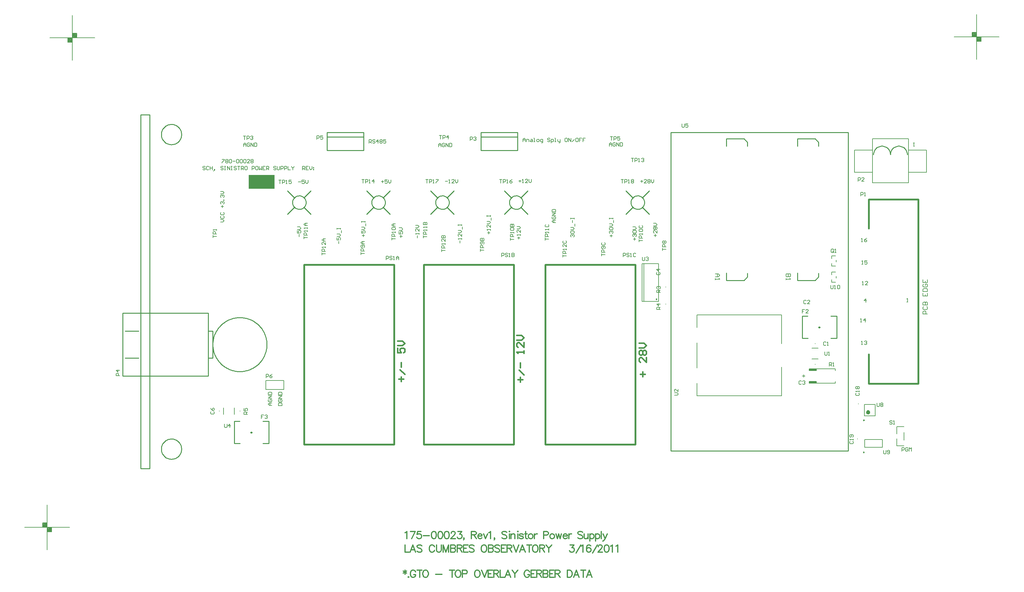
<source format=gto>
%FSLAX23Y23*%
%MOIN*%
G70*
G01*
G75*
G04 Layer_Color=65535*
%ADD10R,0.051X0.059*%
%ADD11R,0.102X0.094*%
%ADD12R,0.070X0.135*%
%ADD13R,0.050X0.050*%
%ADD14R,0.079X0.209*%
%ADD15R,0.050X0.050*%
%ADD16R,0.022X0.057*%
%ADD17R,0.022X0.057*%
%ADD18R,0.059X0.051*%
%ADD19R,0.200X0.040*%
%ADD20R,0.200X0.150*%
%ADD21R,0.057X0.022*%
%ADD22R,0.057X0.022*%
%ADD23R,0.036X0.036*%
%ADD24O,0.014X0.067*%
%ADD25O,0.024X0.079*%
%ADD26R,0.059X0.039*%
%ADD27R,0.057X0.012*%
%ADD28R,0.025X0.185*%
%ADD29R,0.025X0.100*%
%ADD30C,0.010*%
%ADD31C,0.050*%
%ADD32C,0.007*%
%ADD33C,0.100*%
%ADD34C,0.012*%
%ADD35C,0.008*%
%ADD36C,0.012*%
%ADD37C,0.012*%
%ADD38C,0.115*%
%ADD39C,0.080*%
%ADD40R,0.120X0.120*%
%ADD41C,0.120*%
%ADD42R,0.059X0.059*%
%ADD43C,0.059*%
%ADD44C,0.050*%
%ADD45R,0.063X0.063*%
%ADD46C,0.063*%
%ADD47C,0.098*%
%ADD48C,0.065*%
%ADD49C,0.220*%
%ADD50C,0.039*%
%ADD51C,0.024*%
%ADD52C,0.030*%
%ADD53C,0.040*%
%ADD54C,0.093*%
G04:AMPARAMS|DCode=55|XSize=98mil|YSize=98mil|CornerRadius=0mil|HoleSize=0mil|Usage=FLASHONLY|Rotation=0.000|XOffset=0mil|YOffset=0mil|HoleType=Round|Shape=Relief|Width=10mil|Gap=10mil|Entries=4|*
%AMTHD55*
7,0,0,0.098,0.078,0.010,45*
%
%ADD55THD55*%
%ADD56C,0.098*%
%ADD57C,0.055*%
G04:AMPARAMS|DCode=58|XSize=95.433mil|YSize=95.433mil|CornerRadius=0mil|HoleSize=0mil|Usage=FLASHONLY|Rotation=0.000|XOffset=0mil|YOffset=0mil|HoleType=Round|Shape=Relief|Width=10mil|Gap=10mil|Entries=4|*
%AMTHD58*
7,0,0,0.095,0.075,0.010,45*
%
%ADD58THD58*%
%ADD59C,0.130*%
%ADD60C,0.059*%
%ADD61C,0.079*%
%ADD62C,0.072*%
%ADD63C,0.060*%
%ADD64C,0.170*%
%ADD65C,0.048*%
G04:AMPARAMS|DCode=66|XSize=87.559mil|YSize=87.559mil|CornerRadius=0mil|HoleSize=0mil|Usage=FLASHONLY|Rotation=0.000|XOffset=0mil|YOffset=0mil|HoleType=Round|Shape=Relief|Width=10mil|Gap=10mil|Entries=4|*
%AMTHD66*
7,0,0,0.088,0.068,0.010,45*
%
%ADD66THD66*%
%ADD67C,0.186*%
%ADD68C,0.060*%
%ADD69C,0.048*%
G04:AMPARAMS|DCode=70|XSize=70mil|YSize=70mil|CornerRadius=0mil|HoleSize=0mil|Usage=FLASHONLY|Rotation=0.000|XOffset=0mil|YOffset=0mil|HoleType=Round|Shape=Relief|Width=10mil|Gap=10mil|Entries=4|*
%AMTHD70*
7,0,0,0.070,0.050,0.010,45*
%
%ADD70THD70*%
G04:AMPARAMS|DCode=71|XSize=88mil|YSize=88mil|CornerRadius=0mil|HoleSize=0mil|Usage=FLASHONLY|Rotation=0.000|XOffset=0mil|YOffset=0mil|HoleType=Round|Shape=Relief|Width=10mil|Gap=10mil|Entries=4|*
%AMTHD71*
7,0,0,0.088,0.068,0.010,45*
%
%ADD71THD71*%
G04:AMPARAMS|DCode=72|XSize=75mil|YSize=75mil|CornerRadius=0mil|HoleSize=0mil|Usage=FLASHONLY|Rotation=0.000|XOffset=0mil|YOffset=0mil|HoleType=Round|Shape=Relief|Width=10mil|Gap=10mil|Entries=4|*
%AMTHD72*
7,0,0,0.075,0.055,0.010,45*
%
%ADD72THD72*%
%ADD73C,0.035*%
%ADD74C,0.005*%
%ADD75C,0.058*%
G04:AMPARAMS|DCode=76|XSize=138mil|YSize=138mil|CornerRadius=0mil|HoleSize=0mil|Usage=FLASHONLY|Rotation=0.000|XOffset=0mil|YOffset=0mil|HoleType=Round|Shape=Relief|Width=10mil|Gap=10mil|Entries=4|*
%AMTHD76*
7,0,0,0.138,0.118,0.010,45*
%
%ADD76THD76*%
G04:AMPARAMS|DCode=77|XSize=119.055mil|YSize=119.055mil|CornerRadius=0mil|HoleSize=0mil|Usage=FLASHONLY|Rotation=0.000|XOffset=0mil|YOffset=0mil|HoleType=Round|Shape=Relief|Width=10mil|Gap=10mil|Entries=4|*
%AMTHD77*
7,0,0,0.119,0.099,0.010,45*
%
%ADD77THD77*%
G04:AMPARAMS|DCode=78|XSize=112mil|YSize=112mil|CornerRadius=0mil|HoleSize=0mil|Usage=FLASHONLY|Rotation=0.000|XOffset=0mil|YOffset=0mil|HoleType=Round|Shape=Relief|Width=10mil|Gap=10mil|Entries=4|*
%AMTHD78*
7,0,0,0.112,0.092,0.010,45*
%
%ADD78THD78*%
G04:AMPARAMS|DCode=79|XSize=100mil|YSize=100mil|CornerRadius=0mil|HoleSize=0mil|Usage=FLASHONLY|Rotation=0.000|XOffset=0mil|YOffset=0mil|HoleType=Round|Shape=Relief|Width=10mil|Gap=10mil|Entries=4|*
%AMTHD79*
7,0,0,0.100,0.080,0.010,45*
%
%ADD79THD79*%
%ADD80R,0.094X0.102*%
%ADD81R,0.087X0.059*%
%ADD82R,0.209X0.079*%
%ADD83R,0.100X0.100*%
%ADD84R,0.086X0.060*%
%ADD85R,0.100X0.100*%
%ADD86C,0.010*%
%ADD87C,0.020*%
%ADD88C,0.004*%
%ADD89C,0.010*%
%ADD90C,0.024*%
%ADD91C,0.020*%
%ADD92C,0.008*%
%ADD93C,0.006*%
%ADD94C,0.007*%
%ADD95C,0.015*%
%ADD96R,0.286X0.155*%
%ADD97R,0.082X0.020*%
D30*
X18856Y18590D02*
X18856Y18600D01*
X18854Y18610D01*
X18851Y18619D01*
X18846Y18628D01*
X18840Y18636D01*
X18834Y18644D01*
X18826Y18650D01*
X18817Y18656D01*
X18808Y18660D01*
X18799Y18663D01*
X18789Y18665D01*
X18779Y18665D01*
X18769Y18664D01*
X18759Y18662D01*
X18750Y18658D01*
X18741Y18653D01*
X18733Y18647D01*
X18726Y18640D01*
X18720Y18632D01*
X18715Y18624D01*
X18711Y18615D01*
X18708Y18605D01*
X18707Y18595D01*
Y18585D01*
X18708Y18575D01*
X18711Y18565D01*
X18715Y18556D01*
X18720Y18547D01*
X18726Y18540D01*
X18733Y18533D01*
X18741Y18527D01*
X18750Y18522D01*
X18759Y18518D01*
X18769Y18516D01*
X18779Y18515D01*
X18789Y18515D01*
X18799Y18517D01*
X18808Y18520D01*
X18817Y18524D01*
X18826Y18530D01*
X18834Y18536D01*
X18840Y18543D01*
X18846Y18552D01*
X18851Y18561D01*
X18854Y18570D01*
X18856Y18580D01*
X18856Y18590D01*
X19736D02*
X19736Y18600D01*
X19734Y18610D01*
X19731Y18619D01*
X19726Y18628D01*
X19720Y18636D01*
X19714Y18644D01*
X19706Y18650D01*
X19698Y18656D01*
X19688Y18660D01*
X19679Y18663D01*
X19669Y18665D01*
X19659Y18665D01*
X19649Y18664D01*
X19639Y18662D01*
X19630Y18658D01*
X19621Y18653D01*
X19613Y18647D01*
X19606Y18640D01*
X19600Y18632D01*
X19595Y18624D01*
X19591Y18615D01*
X19588Y18605D01*
X19587Y18595D01*
Y18585D01*
X19588Y18575D01*
X19591Y18565D01*
X19595Y18556D01*
X19600Y18547D01*
X19606Y18540D01*
X19613Y18533D01*
X19621Y18527D01*
X19630Y18522D01*
X19639Y18518D01*
X19649Y18516D01*
X19659Y18515D01*
X19669Y18515D01*
X19679Y18517D01*
X19688Y18520D01*
X19698Y18524D01*
X19706Y18530D01*
X19714Y18536D01*
X19720Y18543D01*
X19726Y18552D01*
X19731Y18561D01*
X19734Y18570D01*
X19736Y18580D01*
X19736Y18590D01*
X21266D02*
X21266Y18600D01*
X21264Y18610D01*
X21261Y18619D01*
X21256Y18628D01*
X21250Y18636D01*
X21244Y18644D01*
X21236Y18650D01*
X21228Y18656D01*
X21218Y18660D01*
X21209Y18663D01*
X21199Y18665D01*
X21189Y18665D01*
X21179Y18664D01*
X21169Y18662D01*
X21160Y18658D01*
X21151Y18653D01*
X21143Y18647D01*
X21136Y18640D01*
X21130Y18632D01*
X21125Y18624D01*
X21121Y18615D01*
X21118Y18605D01*
X21117Y18595D01*
Y18585D01*
X21118Y18575D01*
X21121Y18565D01*
X21125Y18556D01*
X21130Y18547D01*
X21136Y18540D01*
X21143Y18533D01*
X21151Y18527D01*
X21160Y18522D01*
X21169Y18518D01*
X21179Y18516D01*
X21189Y18515D01*
X21199Y18515D01*
X21209Y18517D01*
X21218Y18520D01*
X21228Y18524D01*
X21236Y18530D01*
X21244Y18536D01*
X21250Y18543D01*
X21256Y18552D01*
X21261Y18561D01*
X21264Y18570D01*
X21266Y18580D01*
X21266Y18590D01*
X20446D02*
X20446Y18600D01*
X20444Y18610D01*
X20441Y18619D01*
X20436Y18628D01*
X20430Y18636D01*
X20424Y18644D01*
X20416Y18650D01*
X20407Y18656D01*
X20398Y18660D01*
X20389Y18663D01*
X20379Y18665D01*
X20369Y18665D01*
X20359Y18664D01*
X20349Y18662D01*
X20340Y18658D01*
X20331Y18653D01*
X20323Y18647D01*
X20316Y18640D01*
X20310Y18632D01*
X20305Y18624D01*
X20301Y18615D01*
X20298Y18605D01*
X20297Y18595D01*
Y18585D01*
X20298Y18575D01*
X20301Y18565D01*
X20305Y18556D01*
X20310Y18547D01*
X20316Y18540D01*
X20323Y18533D01*
X20331Y18527D01*
X20340Y18522D01*
X20349Y18518D01*
X20359Y18516D01*
X20369Y18515D01*
X20379Y18515D01*
X20389Y18517D01*
X20398Y18520D01*
X20407Y18524D01*
X20416Y18530D01*
X20424Y18536D01*
X20430Y18543D01*
X20436Y18552D01*
X20441Y18561D01*
X20444Y18570D01*
X20446Y18580D01*
X20446Y18590D01*
X22616D02*
X22616Y18600D01*
X22614Y18610D01*
X22611Y18619D01*
X22606Y18628D01*
X22600Y18636D01*
X22594Y18644D01*
X22586Y18650D01*
X22577Y18656D01*
X22568Y18660D01*
X22559Y18663D01*
X22549Y18665D01*
X22539Y18665D01*
X22529Y18664D01*
X22519Y18662D01*
X22510Y18658D01*
X22501Y18653D01*
X22493Y18647D01*
X22486Y18640D01*
X22480Y18632D01*
X22475Y18624D01*
X22471Y18615D01*
X22468Y18605D01*
X22467Y18595D01*
Y18585D01*
X22468Y18575D01*
X22471Y18565D01*
X22475Y18556D01*
X22480Y18547D01*
X22486Y18540D01*
X22493Y18533D01*
X22501Y18527D01*
X22510Y18522D01*
X22519Y18518D01*
X22529Y18516D01*
X22539Y18515D01*
X22549Y18515D01*
X22559Y18517D01*
X22568Y18520D01*
X22577Y18524D01*
X22586Y18530D01*
X22594Y18536D01*
X22600Y18543D01*
X22606Y18552D01*
X22611Y18561D01*
X22614Y18570D01*
X22616Y18580D01*
X22616Y18590D01*
X17474Y15847D02*
X17474Y15857D01*
X17472Y15867D01*
X17470Y15876D01*
X17467Y15886D01*
X17463Y15895D01*
X17458Y15904D01*
X17453Y15912D01*
X17447Y15920D01*
X17440Y15927D01*
X17433Y15934D01*
X17425Y15940D01*
X17416Y15945D01*
X17407Y15950D01*
X17398Y15953D01*
X17389Y15956D01*
X17379Y15958D01*
X17369Y15959D01*
X17359Y15959D01*
X17349Y15959D01*
X17339Y15957D01*
X17330Y15955D01*
X17320Y15952D01*
X17311Y15947D01*
X17302Y15943D01*
X17294Y15937D01*
X17286Y15931D01*
X17279Y15924D01*
X17273Y15916D01*
X17267Y15908D01*
X17262Y15900D01*
X17258Y15891D01*
X17254Y15881D01*
X17252Y15872D01*
X17250Y15862D01*
X17249Y15852D01*
Y15842D01*
X17250Y15832D01*
X17252Y15822D01*
X17254Y15813D01*
X17258Y15803D01*
X17262Y15794D01*
X17267Y15786D01*
X17273Y15778D01*
X17279Y15770D01*
X17286Y15763D01*
X17294Y15757D01*
X17302Y15751D01*
X17311Y15746D01*
X17320Y15742D01*
X17330Y15739D01*
X17339Y15737D01*
X17349Y15735D01*
X17359Y15734D01*
X17369Y15735D01*
X17379Y15736D01*
X17389Y15738D01*
X17398Y15741D01*
X17407Y15744D01*
X17416Y15749D01*
X17425Y15754D01*
X17433Y15760D01*
X17440Y15766D01*
X17447Y15774D01*
X17453Y15782D01*
X17458Y15790D01*
X17463Y15799D01*
X17467Y15808D01*
X17470Y15817D01*
X17472Y15827D01*
X17474Y15837D01*
X17474Y15847D01*
Y19347D02*
X17474Y19357D01*
X17472Y19367D01*
X17470Y19376D01*
X17467Y19386D01*
X17463Y19395D01*
X17458Y19404D01*
X17453Y19412D01*
X17447Y19420D01*
X17440Y19427D01*
X17433Y19434D01*
X17425Y19440D01*
X17416Y19445D01*
X17407Y19450D01*
X17398Y19453D01*
X17389Y19456D01*
X17379Y19458D01*
X17369Y19459D01*
X17359Y19459D01*
X17349Y19459D01*
X17339Y19457D01*
X17330Y19455D01*
X17320Y19452D01*
X17311Y19447D01*
X17302Y19443D01*
X17294Y19437D01*
X17286Y19431D01*
X17279Y19424D01*
X17273Y19416D01*
X17267Y19408D01*
X17262Y19400D01*
X17258Y19391D01*
X17254Y19381D01*
X17252Y19372D01*
X17250Y19362D01*
X17249Y19352D01*
Y19342D01*
X17250Y19332D01*
X17252Y19322D01*
X17254Y19313D01*
X17258Y19303D01*
X17262Y19294D01*
X17267Y19286D01*
X17273Y19278D01*
X17279Y19270D01*
X17286Y19263D01*
X17294Y19257D01*
X17302Y19251D01*
X17311Y19246D01*
X17320Y19242D01*
X17330Y19239D01*
X17339Y19237D01*
X17349Y19235D01*
X17359Y19234D01*
X17369Y19235D01*
X17379Y19236D01*
X17389Y19238D01*
X17398Y19241D01*
X17407Y19244D01*
X17416Y19249D01*
X17425Y19254D01*
X17433Y19260D01*
X17440Y19266D01*
X17447Y19274D01*
X17453Y19282D01*
X17458Y19290D01*
X17463Y19299D01*
X17467Y19308D01*
X17470Y19317D01*
X17472Y19327D01*
X17474Y19337D01*
X17474Y19347D01*
X25537Y19124D02*
X25536Y19134D01*
X25535Y19144D01*
X25532Y19154D01*
X25528Y19163D01*
X25523Y19172D01*
X25518Y19181D01*
X25511Y19189D01*
X25504Y19196D01*
X25496Y19202D01*
X25487Y19207D01*
X25478Y19211D01*
X25468Y19214D01*
X25458Y19217D01*
X25448Y19218D01*
X25438D01*
X25428Y19217D01*
X25418Y19214D01*
X25408Y19211D01*
X25399Y19207D01*
X25390Y19202D01*
X25382Y19196D01*
X25375Y19189D01*
X25368Y19181D01*
X25362Y19172D01*
X25358Y19163D01*
X25354Y19154D01*
X25351Y19144D01*
X25350Y19134D01*
X25349Y19124D01*
Y19124D02*
X25348Y19134D01*
X25347Y19144D01*
X25344Y19154D01*
X25340Y19163D01*
X25336Y19172D01*
X25330Y19181D01*
X25323Y19189D01*
X25316Y19196D01*
X25308Y19202D01*
X25299Y19207D01*
X25290Y19211D01*
X25280Y19214D01*
X25270Y19217D01*
X25260Y19218D01*
X25250D01*
X25240Y19217D01*
X25230Y19214D01*
X25220Y19211D01*
X25211Y19207D01*
X25202Y19202D01*
X25194Y19196D01*
X25187Y19189D01*
X25180Y19181D01*
X25175Y19172D01*
X25170Y19163D01*
X25166Y19154D01*
X25163Y19144D01*
X25162Y19134D01*
X25161Y19124D01*
X18421Y17010D02*
X18421Y17020D01*
X18421Y17030D01*
X18420Y17040D01*
X18419Y17050D01*
X18417Y17060D01*
X18415Y17070D01*
X18413Y17079D01*
X18411Y17089D01*
X18408Y17099D01*
X18405Y17108D01*
X18401Y17118D01*
X18398Y17127D01*
X18394Y17136D01*
X18389Y17145D01*
X18385Y17154D01*
X18380Y17163D01*
X18374Y17171D01*
X18369Y17180D01*
X18363Y17188D01*
X18357Y17196D01*
X18351Y17204D01*
X18344Y17211D01*
X18337Y17218D01*
X18330Y17226D01*
X18323Y17232D01*
X18315Y17239D01*
X18307Y17245D01*
X18299Y17251D01*
X18291Y17257D01*
X18283Y17263D01*
X18274Y17268D01*
X18266Y17273D01*
X18257Y17278D01*
X18248Y17282D01*
X18239Y17286D01*
X18229Y17290D01*
X18220Y17293D01*
X18210Y17296D01*
X18201Y17299D01*
X18191Y17302D01*
X18181Y17304D01*
X18171Y17306D01*
X18161Y17307D01*
X18151Y17308D01*
X18141Y17309D01*
X18131Y17310D01*
X18121Y17310D01*
X18111Y17310D01*
X18101Y17309D01*
X18091Y17308D01*
X18081Y17307D01*
X18072Y17306D01*
X18062Y17304D01*
X18052Y17302D01*
X18042Y17299D01*
X18033Y17296D01*
X18023Y17293D01*
X18014Y17290D01*
X18004Y17286D01*
X17995Y17282D01*
X17986Y17278D01*
X17977Y17273D01*
X17969Y17268D01*
X17960Y17263D01*
X17952Y17257D01*
X17944Y17251D01*
X17936Y17245D01*
X17928Y17239D01*
X17920Y17232D01*
X17913Y17226D01*
X17906Y17218D01*
X17899Y17211D01*
X17892Y17204D01*
X17886Y17196D01*
X17880Y17188D01*
X17874Y17180D01*
X17869Y17171D01*
X17863Y17163D01*
X17858Y17154D01*
X17854Y17145D01*
X17849Y17136D01*
X17845Y17127D01*
X17842Y17118D01*
X17838Y17108D01*
X17835Y17099D01*
X17832Y17089D01*
X17830Y17079D01*
X17827Y17070D01*
X17826Y17060D01*
X17824Y17050D01*
X17823Y17040D01*
X17822Y17030D01*
X17822Y17020D01*
X17821Y17010D01*
X17822Y17000D01*
X17822Y16990D01*
X17823Y16980D01*
X17824Y16970D01*
X17826Y16960D01*
X17827Y16950D01*
X17830Y16940D01*
X17832Y16931D01*
X17835Y16921D01*
X17838Y16912D01*
X17842Y16902D01*
X17845Y16893D01*
X17849Y16884D01*
X17854Y16875D01*
X17858Y16866D01*
X17863Y16857D01*
X17869Y16848D01*
X17874Y16840D01*
X17880Y16832D01*
X17886Y16824D01*
X17892Y16816D01*
X17899Y16809D01*
X17906Y16801D01*
X17913Y16794D01*
X17920Y16787D01*
X17928Y16781D01*
X17936Y16774D01*
X17944Y16768D01*
X17952Y16763D01*
X17960Y16757D01*
X17969Y16752D01*
X17977Y16747D01*
X17986Y16742D01*
X17995Y16738D01*
X18004Y16734D01*
X18014Y16730D01*
X18023Y16727D01*
X18033Y16723D01*
X18042Y16721D01*
X18052Y16718D01*
X18062Y16716D01*
X18072Y16714D01*
X18081Y16713D01*
X18091Y16711D01*
X18101Y16711D01*
X18111Y16710D01*
X18121Y16710D01*
X18131Y16710D01*
X18141Y16711D01*
X18151Y16711D01*
X18161Y16713D01*
X18171Y16714D01*
X18181Y16716D01*
X18191Y16718D01*
X18201Y16721D01*
X18210Y16723D01*
X18220Y16727D01*
X18229Y16730D01*
X18239Y16734D01*
X18248Y16738D01*
X18257Y16742D01*
X18266Y16747D01*
X18274Y16752D01*
X18283Y16757D01*
X18291Y16763D01*
X18299Y16768D01*
X18307Y16774D01*
X18315Y16781D01*
X18323Y16787D01*
X18330Y16794D01*
X18337Y16801D01*
X18344Y16809D01*
X18351Y16816D01*
X18357Y16824D01*
X18363Y16832D01*
X18369Y16840D01*
X18374Y16848D01*
X18380Y16857D01*
X18385Y16866D01*
X18389Y16875D01*
X18394Y16884D01*
X18398Y16893D01*
X18401Y16902D01*
X18405Y16912D01*
X18408Y16921D01*
X18411Y16931D01*
X18413Y16940D01*
X18415Y16950D01*
X18417Y16960D01*
X18419Y16970D01*
X18420Y16980D01*
X18421Y16990D01*
X18421Y17000D01*
X18421Y17010D01*
X18834Y18537D02*
X18911Y18460D01*
X18651D02*
X18728Y18537D01*
X18651Y18720D02*
X18728Y18643D01*
X18834D02*
X18911Y18720D01*
X19714Y18537D02*
X19791Y18460D01*
X19531D02*
X19608Y18537D01*
X19531Y18720D02*
X19608Y18643D01*
X19714D02*
X19791Y18720D01*
X21244Y18537D02*
X21321Y18460D01*
X21061D02*
X21138Y18537D01*
X21061Y18720D02*
X21138Y18643D01*
X21244D02*
X21321Y18720D01*
X20424Y18537D02*
X20501Y18460D01*
X20241D02*
X20318Y18537D01*
X20241Y18720D02*
X20318Y18643D01*
X20424D02*
X20501Y18720D01*
X22594Y18537D02*
X22671Y18460D01*
X22411D02*
X22488Y18537D01*
X22411Y18720D02*
X22488Y18643D01*
X22594D02*
X22671Y18720D01*
X20801Y19370D02*
X21206D01*
X20801Y19170D02*
X21206D01*
X20801D02*
Y19370D01*
X21206Y19170D02*
Y19370D01*
X20801Y19320D02*
X21206D01*
X19091Y19370D02*
X19496D01*
X19091Y19170D02*
X19496D01*
X19091D02*
Y19370D01*
X19496Y19170D02*
Y19370D01*
X19091Y19320D02*
X19496D01*
X17771Y16860D02*
X17821D01*
Y17160D01*
X16821Y16660D02*
Y17310D01*
Y16660D02*
X17771D01*
X16821Y17360D02*
X17771D01*
X16821Y17310D02*
Y17360D01*
X17771Y16660D02*
Y16860D01*
Y17160D02*
X17821D01*
X17771D02*
Y17360D01*
Y16860D02*
Y17160D01*
X16821Y17360D02*
X17021D01*
Y16660D02*
Y17360D01*
X16846Y17160D02*
X16996D01*
X16846Y16860D02*
X16996D01*
X17121Y15630D02*
Y19567D01*
X17021D02*
X17121D01*
X17021Y15630D02*
Y19567D01*
Y15630D02*
X17121D01*
D32*
X24371Y16660D02*
X24401D01*
X24386Y16645D02*
Y16675D01*
X23201Y16750D02*
Y17030D01*
Y16440D02*
Y16580D01*
Y16440D02*
X24141D01*
Y16760D01*
Y17020D02*
Y17340D01*
X23201D02*
X24141D01*
X23201Y17200D02*
Y17340D01*
X17736Y18985D02*
X17730Y18992D01*
X17716D01*
X17710Y18985D01*
Y18978D01*
X17716Y18972D01*
X17730D01*
X17736Y18965D01*
Y18958D01*
X17730Y18952D01*
X17716D01*
X17710Y18958D01*
X17776Y18985D02*
X17770Y18992D01*
X17756D01*
X17750Y18985D01*
Y18958D01*
X17756Y18952D01*
X17770D01*
X17776Y18958D01*
X17790Y18992D02*
Y18952D01*
Y18972D01*
X17816D01*
Y18992D01*
Y18952D01*
X17836Y18945D02*
X17843Y18952D01*
Y18958D01*
X17836D01*
Y18952D01*
X17843D01*
X17836Y18945D01*
X17830Y18938D01*
X17936Y18985D02*
X17930Y18992D01*
X17916D01*
X17910Y18985D01*
Y18978D01*
X17916Y18972D01*
X17930D01*
X17936Y18965D01*
Y18958D01*
X17930Y18952D01*
X17916D01*
X17910Y18958D01*
X17950Y18992D02*
X17963D01*
X17956D01*
Y18952D01*
X17950D01*
X17963D01*
X17983D02*
Y18992D01*
X18010Y18952D01*
Y18992D01*
X18023D02*
X18036D01*
X18030D01*
Y18952D01*
X18023D01*
X18036D01*
X18083Y18985D02*
X18076Y18992D01*
X18063D01*
X18056Y18985D01*
Y18978D01*
X18063Y18972D01*
X18076D01*
X18083Y18965D01*
Y18958D01*
X18076Y18952D01*
X18063D01*
X18056Y18958D01*
X18096Y18992D02*
X18123D01*
X18110D01*
Y18952D01*
X18136D02*
Y18992D01*
X18156D01*
X18163Y18985D01*
Y18972D01*
X18156Y18965D01*
X18136D01*
X18150D02*
X18163Y18952D01*
X18196Y18992D02*
X18183D01*
X18176Y18985D01*
Y18958D01*
X18183Y18952D01*
X18196D01*
X18203Y18958D01*
Y18985D01*
X18196Y18992D01*
X18256Y18952D02*
Y18992D01*
X18276D01*
X18283Y18985D01*
Y18972D01*
X18276Y18965D01*
X18256D01*
X18316Y18992D02*
X18303D01*
X18296Y18985D01*
Y18958D01*
X18303Y18952D01*
X18316D01*
X18323Y18958D01*
Y18985D01*
X18316Y18992D01*
X18336D02*
Y18952D01*
X18349Y18965D01*
X18363Y18952D01*
Y18992D01*
X18403D02*
X18376D01*
Y18952D01*
X18403D01*
X18376Y18972D02*
X18389D01*
X18416Y18952D02*
Y18992D01*
X18436D01*
X18443Y18985D01*
Y18972D01*
X18436Y18965D01*
X18416D01*
X18429D02*
X18443Y18952D01*
X18523Y18985D02*
X18516Y18992D01*
X18503D01*
X18496Y18985D01*
Y18978D01*
X18503Y18972D01*
X18516D01*
X18523Y18965D01*
Y18958D01*
X18516Y18952D01*
X18503D01*
X18496Y18958D01*
X18536Y18992D02*
Y18958D01*
X18543Y18952D01*
X18556D01*
X18563Y18958D01*
Y18992D01*
X18576Y18952D02*
Y18992D01*
X18596D01*
X18603Y18985D01*
Y18972D01*
X18596Y18965D01*
X18576D01*
X18616Y18952D02*
Y18992D01*
X18636D01*
X18643Y18985D01*
Y18972D01*
X18636Y18965D01*
X18616D01*
X18656Y18992D02*
Y18952D01*
X18683D01*
X18696Y18992D02*
Y18985D01*
X18709Y18972D01*
X18723Y18985D01*
Y18992D01*
X18709Y18972D02*
Y18952D01*
X18816D02*
Y18992D01*
X18836D01*
X18843Y18985D01*
Y18972D01*
X18836Y18965D01*
X18816D01*
X18829D02*
X18843Y18952D01*
X18883Y18992D02*
X18856D01*
Y18952D01*
X18883D01*
X18856Y18972D02*
X18869D01*
X18896Y18992D02*
Y18965D01*
X18909Y18952D01*
X18923Y18965D01*
Y18992D01*
X18936Y18978D02*
X18943D01*
Y18972D01*
X18936D01*
Y18978D01*
Y18958D02*
X18943D01*
Y18952D01*
X18936D01*
Y18958D01*
X17923Y19070D02*
X17950D01*
Y19063D01*
X17923Y19036D01*
Y19030D01*
X17963Y19063D02*
X17970Y19070D01*
X17983D01*
X17990Y19063D01*
Y19056D01*
X17983Y19050D01*
X17990Y19043D01*
Y19036D01*
X17983Y19030D01*
X17970D01*
X17963Y19036D01*
Y19043D01*
X17970Y19050D01*
X17963Y19056D01*
Y19063D01*
X17970Y19050D02*
X17983D01*
X18003Y19063D02*
X18010Y19070D01*
X18023D01*
X18030Y19063D01*
Y19036D01*
X18023Y19030D01*
X18010D01*
X18003Y19036D01*
Y19063D01*
X18043Y19050D02*
X18070D01*
X18083Y19063D02*
X18090Y19070D01*
X18103D01*
X18110Y19063D01*
Y19036D01*
X18103Y19030D01*
X18090D01*
X18083Y19036D01*
Y19063D01*
X18123D02*
X18130Y19070D01*
X18143D01*
X18150Y19063D01*
Y19036D01*
X18143Y19030D01*
X18130D01*
X18123Y19036D01*
Y19063D01*
X18163D02*
X18170Y19070D01*
X18183D01*
X18190Y19063D01*
Y19036D01*
X18183Y19030D01*
X18170D01*
X18163Y19036D01*
Y19063D01*
X18230Y19030D02*
X18203D01*
X18230Y19056D01*
Y19063D01*
X18223Y19070D01*
X18210D01*
X18203Y19063D01*
X18243D02*
X18250Y19070D01*
X18263D01*
X18270Y19063D01*
Y19056D01*
X18263Y19050D01*
X18270Y19043D01*
Y19036D01*
X18263Y19030D01*
X18250D01*
X18243Y19036D01*
Y19043D01*
X18250Y19050D01*
X18243Y19056D01*
Y19063D01*
X18250Y19050D02*
X18263D01*
X22358Y18847D02*
X22385D01*
X22372D01*
Y18807D01*
X22398D02*
Y18847D01*
X22418D01*
X22425Y18840D01*
Y18827D01*
X22418Y18820D01*
X22398D01*
X22438Y18807D02*
X22452D01*
X22445D01*
Y18847D01*
X22438Y18840D01*
X22472D02*
X22478Y18847D01*
X22492D01*
X22498Y18840D01*
Y18834D01*
X22492Y18827D01*
X22498Y18820D01*
Y18814D01*
X22492Y18807D01*
X22478D01*
X22472Y18814D01*
Y18820D01*
X22478Y18827D01*
X22472Y18834D01*
Y18840D01*
X22478Y18827D02*
X22492D01*
X20188Y18847D02*
X20215D01*
X20202D01*
Y18807D01*
X20228D02*
Y18847D01*
X20248D01*
X20255Y18840D01*
Y18827D01*
X20248Y18820D01*
X20228D01*
X20268Y18807D02*
X20282D01*
X20275D01*
Y18847D01*
X20268Y18840D01*
X20302Y18847D02*
X20328D01*
Y18840D01*
X20302Y18814D01*
Y18807D01*
X21008Y18847D02*
X21035D01*
X21022D01*
Y18807D01*
X21048D02*
Y18847D01*
X21068D01*
X21075Y18840D01*
Y18827D01*
X21068Y18820D01*
X21048D01*
X21088Y18807D02*
X21102D01*
X21095D01*
Y18847D01*
X21088Y18840D01*
X21148Y18847D02*
X21135Y18840D01*
X21122Y18827D01*
Y18814D01*
X21128Y18807D01*
X21142D01*
X21148Y18814D01*
Y18820D01*
X21142Y18827D01*
X21122D01*
X18554Y18840D02*
X18581D01*
X18568D01*
Y18800D01*
X18594D02*
Y18840D01*
X18614D01*
X18621Y18833D01*
Y18820D01*
X18614Y18813D01*
X18594D01*
X18634Y18800D02*
X18648D01*
X18641D01*
Y18840D01*
X18634Y18833D01*
X18694Y18840D02*
X18668D01*
Y18820D01*
X18681Y18827D01*
X18688D01*
X18694Y18820D01*
Y18807D01*
X18688Y18800D01*
X18674D01*
X18668Y18807D01*
X19478Y18847D02*
X19505D01*
X19492D01*
Y18807D01*
X19518D02*
Y18847D01*
X19538D01*
X19545Y18840D01*
Y18827D01*
X19538Y18820D01*
X19518D01*
X19558Y18807D02*
X19572D01*
X19565D01*
Y18847D01*
X19558Y18840D01*
X19612Y18807D02*
Y18847D01*
X19592Y18827D01*
X19618D01*
X25274Y15833D02*
Y15800D01*
X25281Y15793D01*
X25294D01*
X25301Y15800D01*
Y15833D01*
X25314Y15800D02*
X25321Y15793D01*
X25334D01*
X25341Y15800D01*
Y15826D01*
X25334Y15833D01*
X25321D01*
X25314Y15826D01*
Y15820D01*
X25321Y15813D01*
X25341D01*
X24688Y17669D02*
Y17636D01*
X24695Y17629D01*
X24708D01*
X24715Y17636D01*
Y17669D01*
X24728Y17629D02*
X24742D01*
X24735D01*
Y17669D01*
X24728Y17662D01*
X24762D02*
X24768Y17669D01*
X24782D01*
X24788Y17662D01*
Y17636D01*
X24782Y17629D01*
X24768D01*
X24762Y17636D01*
Y17662D01*
X25199Y16358D02*
Y16325D01*
X25206Y16318D01*
X25219D01*
X25226Y16325D01*
Y16358D01*
X25239Y16351D02*
X25246Y16358D01*
X25259D01*
X25266Y16351D01*
Y16345D01*
X25259Y16338D01*
X25266Y16331D01*
Y16325D01*
X25259Y16318D01*
X25246D01*
X25239Y16325D01*
Y16331D01*
X25246Y16338D01*
X25239Y16345D01*
Y16351D01*
X25246Y16338D02*
X25259D01*
X22471Y19084D02*
X22498D01*
X22485D01*
Y19044D01*
X22511D02*
Y19084D01*
X22531D01*
X22538Y19077D01*
Y19064D01*
X22531Y19057D01*
X22511D01*
X22551Y19044D02*
X22565D01*
X22558D01*
Y19084D01*
X22551Y19077D01*
X22585D02*
X22591Y19084D01*
X22605D01*
X22611Y19077D01*
Y19071D01*
X22605Y19064D01*
X22598D01*
X22605D01*
X22611Y19057D01*
Y19051D01*
X22605Y19044D01*
X22591D01*
X22585Y19051D01*
X21709Y17983D02*
Y18010D01*
Y17996D01*
X21749D01*
Y18023D02*
X21709D01*
Y18043D01*
X21716Y18050D01*
X21729D01*
X21736Y18043D01*
Y18023D01*
X21749Y18063D02*
Y18076D01*
Y18070D01*
X21709D01*
X21716Y18063D01*
X21749Y18123D02*
Y18096D01*
X21723Y18123D01*
X21716D01*
X21709Y18116D01*
Y18103D01*
X21716Y18096D01*
Y18163D02*
X21709Y18156D01*
Y18143D01*
X21716Y18136D01*
X21743D01*
X21749Y18143D01*
Y18156D01*
X21743Y18163D01*
X20365Y18042D02*
Y18069D01*
Y18055D01*
X20405D01*
Y18082D02*
X20365D01*
Y18102D01*
X20372Y18109D01*
X20385D01*
X20392Y18102D01*
Y18082D01*
X20405Y18122D02*
Y18135D01*
Y18129D01*
X20365D01*
X20372Y18122D01*
X20405Y18182D02*
Y18155D01*
X20379Y18182D01*
X20372D01*
X20365Y18175D01*
Y18162D01*
X20372Y18155D01*
X20365Y18195D02*
X20405D01*
Y18215D01*
X20399Y18222D01*
X20392D01*
X20385Y18215D01*
Y18195D01*
Y18215D01*
X20379Y18222D01*
X20372D01*
X20365Y18215D01*
Y18195D01*
X19035Y18005D02*
Y18032D01*
Y18018D01*
X19075D01*
Y18045D02*
X19035D01*
Y18065D01*
X19042Y18072D01*
X19055D01*
X19062Y18065D01*
Y18045D01*
X19075Y18085D02*
Y18098D01*
Y18092D01*
X19035D01*
X19042Y18085D01*
X19075Y18145D02*
Y18118D01*
X19049Y18145D01*
X19042D01*
X19035Y18138D01*
Y18125D01*
X19042Y18118D01*
X19075Y18158D02*
X19049D01*
X19035Y18172D01*
X19049Y18185D01*
X19075D01*
X19055D01*
Y18158D01*
X21515Y18171D02*
Y18198D01*
Y18184D01*
X21555D01*
Y18211D02*
X21515D01*
Y18231D01*
X21522Y18238D01*
X21535D01*
X21542Y18231D01*
Y18211D01*
X21555Y18251D02*
Y18264D01*
Y18258D01*
X21515D01*
X21522Y18251D01*
X21555Y18284D02*
Y18298D01*
Y18291D01*
X21515D01*
X21522Y18284D01*
Y18344D02*
X21515Y18338D01*
Y18324D01*
X21522Y18318D01*
X21549D01*
X21555Y18324D01*
Y18338D01*
X21549Y18344D01*
X20161Y18195D02*
Y18222D01*
Y18208D01*
X20201D01*
Y18235D02*
X20161D01*
Y18255D01*
X20168Y18262D01*
X20181D01*
X20188Y18255D01*
Y18235D01*
X20201Y18275D02*
Y18288D01*
Y18282D01*
X20161D01*
X20168Y18275D01*
X20201Y18308D02*
Y18322D01*
Y18315D01*
X20161D01*
X20168Y18308D01*
X20161Y18342D02*
X20201D01*
Y18362D01*
X20195Y18368D01*
X20188D01*
X20181Y18362D01*
Y18342D01*
Y18362D01*
X20175Y18368D01*
X20168D01*
X20161Y18362D01*
Y18342D01*
X18834Y18185D02*
Y18212D01*
Y18198D01*
X18874D01*
Y18225D02*
X18834D01*
Y18245D01*
X18841Y18252D01*
X18854D01*
X18861Y18245D01*
Y18225D01*
X18874Y18265D02*
Y18278D01*
Y18272D01*
X18834D01*
X18841Y18265D01*
X18874Y18298D02*
Y18312D01*
Y18305D01*
X18834D01*
X18841Y18298D01*
X18874Y18332D02*
X18848D01*
X18834Y18345D01*
X18848Y18358D01*
X18874D01*
X18854D01*
Y18332D01*
X22558Y18152D02*
Y18179D01*
Y18165D01*
X22598D01*
Y18192D02*
X22558D01*
Y18212D01*
X22565Y18219D01*
X22578D01*
X22585Y18212D01*
Y18192D01*
X22598Y18232D02*
Y18245D01*
Y18239D01*
X22558D01*
X22565Y18232D01*
Y18265D02*
X22558Y18272D01*
Y18285D01*
X22565Y18292D01*
X22592D01*
X22598Y18285D01*
Y18272D01*
X22592Y18265D01*
X22565D01*
Y18332D02*
X22558Y18325D01*
Y18312D01*
X22565Y18305D01*
X22592D01*
X22598Y18312D01*
Y18325D01*
X22592Y18332D01*
X21126Y18168D02*
Y18195D01*
Y18181D01*
X21166D01*
Y18208D02*
X21126D01*
Y18228D01*
X21133Y18235D01*
X21146D01*
X21153Y18228D01*
Y18208D01*
X21166Y18248D02*
Y18261D01*
Y18255D01*
X21126D01*
X21133Y18248D01*
Y18281D02*
X21126Y18288D01*
Y18301D01*
X21133Y18308D01*
X21160D01*
X21166Y18301D01*
Y18288D01*
X21160Y18281D01*
X21133D01*
X21126Y18321D02*
X21166D01*
Y18341D01*
X21160Y18348D01*
X21153D01*
X21146Y18341D01*
Y18321D01*
Y18341D01*
X21140Y18348D01*
X21133D01*
X21126Y18341D01*
Y18321D01*
X19809Y18174D02*
Y18201D01*
Y18187D01*
X19849D01*
Y18214D02*
X19809D01*
Y18234D01*
X19816Y18241D01*
X19829D01*
X19836Y18234D01*
Y18214D01*
X19849Y18254D02*
Y18267D01*
Y18261D01*
X19809D01*
X19816Y18254D01*
Y18287D02*
X19809Y18294D01*
Y18307D01*
X19816Y18314D01*
X19843D01*
X19849Y18307D01*
Y18294D01*
X19843Y18287D01*
X19816D01*
X19849Y18327D02*
X19823D01*
X19809Y18341D01*
X19823Y18354D01*
X19849D01*
X19829D01*
Y18327D01*
X22139Y17997D02*
Y18024D01*
Y18010D01*
X22179D01*
Y18037D02*
X22139D01*
Y18057D01*
X22146Y18064D01*
X22159D01*
X22166Y18057D01*
Y18037D01*
X22173Y18077D02*
X22179Y18084D01*
Y18097D01*
X22173Y18104D01*
X22146D01*
X22139Y18097D01*
Y18084D01*
X22146Y18077D01*
X22153D01*
X22159Y18084D01*
Y18104D01*
X22146Y18144D02*
X22139Y18137D01*
Y18124D01*
X22146Y18117D01*
X22173D01*
X22179Y18124D01*
Y18137D01*
X22173Y18144D01*
X20795Y18045D02*
Y18072D01*
Y18058D01*
X20835D01*
Y18085D02*
X20795D01*
Y18105D01*
X20802Y18112D01*
X20815D01*
X20822Y18105D01*
Y18085D01*
X20829Y18125D02*
X20835Y18132D01*
Y18145D01*
X20829Y18152D01*
X20802D01*
X20795Y18145D01*
Y18132D01*
X20802Y18125D01*
X20809D01*
X20815Y18132D01*
Y18152D01*
X20795Y18165D02*
X20835D01*
Y18185D01*
X20829Y18192D01*
X20822D01*
X20815Y18185D01*
Y18165D01*
Y18185D01*
X20809Y18192D01*
X20802D01*
X20795Y18185D01*
Y18165D01*
X19468Y18010D02*
Y18037D01*
Y18023D01*
X19508D01*
Y18050D02*
X19468D01*
Y18070D01*
X19475Y18077D01*
X19488D01*
X19495Y18070D01*
Y18050D01*
X19502Y18090D02*
X19508Y18097D01*
Y18110D01*
X19502Y18117D01*
X19475D01*
X19468Y18110D01*
Y18097D01*
X19475Y18090D01*
X19482D01*
X19488Y18097D01*
Y18117D01*
X19508Y18130D02*
X19482D01*
X19468Y18143D01*
X19482Y18157D01*
X19508D01*
X19488D01*
Y18130D01*
X25369Y16157D02*
X25362Y16164D01*
X25349D01*
X25342Y16157D01*
Y16151D01*
X25349Y16144D01*
X25362D01*
X25369Y16137D01*
Y16131D01*
X25362Y16124D01*
X25349D01*
X25342Y16131D01*
X25382Y16124D02*
X25396D01*
X25389D01*
Y16164D01*
X25382Y16157D01*
X24719Y18039D02*
Y18065D01*
X24712Y18072D01*
X24699D01*
X24692Y18065D01*
Y18039D01*
X24699Y18032D01*
X24712D01*
X24706Y18045D02*
X24719Y18032D01*
X24712D02*
X24719Y18039D01*
X24732Y18032D02*
X24746D01*
X24739D01*
Y18072D01*
X24732Y18065D01*
X18414Y16641D02*
Y16681D01*
X18434D01*
X18441Y16674D01*
Y16661D01*
X18434Y16654D01*
X18414D01*
X18481Y16681D02*
X18468Y16674D01*
X18454Y16661D01*
Y16648D01*
X18461Y16641D01*
X18474D01*
X18481Y16648D01*
Y16654D01*
X18474Y16661D01*
X18454D01*
X18388Y16226D02*
X18361D01*
Y16206D01*
X18375D01*
X18361D01*
Y16186D01*
X18401Y16219D02*
X18408Y16226D01*
X18421D01*
X18428Y16219D01*
Y16213D01*
X18421Y16206D01*
X18415D01*
X18421D01*
X18428Y16199D01*
Y16193D01*
X18421Y16186D01*
X18408D01*
X18401Y16193D01*
X24397Y17398D02*
X24370D01*
Y17378D01*
X24384D01*
X24370D01*
Y17358D01*
X24437D02*
X24410D01*
X24437Y17385D01*
Y17391D01*
X24430Y17398D01*
X24417D01*
X24410Y17391D01*
X24905Y15932D02*
X24898Y15925D01*
Y15912D01*
X24905Y15905D01*
X24932D01*
X24938Y15912D01*
Y15925D01*
X24932Y15932D01*
X24938Y15945D02*
Y15958D01*
Y15952D01*
X24898D01*
X24905Y15945D01*
X24932Y15978D02*
X24938Y15985D01*
Y15998D01*
X24932Y16005D01*
X24905D01*
X24898Y15998D01*
Y15985D01*
X24905Y15978D01*
X24912D01*
X24918Y15985D01*
Y16005D01*
X24971Y16469D02*
X24964Y16462D01*
Y16449D01*
X24971Y16442D01*
X24998D01*
X25004Y16449D01*
Y16462D01*
X24998Y16469D01*
X25004Y16482D02*
Y16495D01*
Y16489D01*
X24964D01*
X24971Y16482D01*
Y16515D02*
X24964Y16522D01*
Y16535D01*
X24971Y16542D01*
X24978D01*
X24984Y16535D01*
X24991Y16542D01*
X24998D01*
X25004Y16535D01*
Y16522D01*
X24998Y16515D01*
X24991D01*
X24984Y16522D01*
X24978Y16515D01*
X24971D01*
X24984Y16522D02*
Y16535D01*
X24635Y17032D02*
X24628Y17039D01*
X24615D01*
X24608Y17032D01*
Y17006D01*
X24615Y16999D01*
X24628D01*
X24635Y17006D01*
X24648Y16999D02*
X24662D01*
X24655D01*
Y17039D01*
X24648Y17032D01*
X24414Y17496D02*
X24407Y17503D01*
X24394D01*
X24387Y17496D01*
Y17470D01*
X24394Y17463D01*
X24407D01*
X24414Y17470D01*
X24454Y17463D02*
X24427D01*
X24454Y17490D01*
Y17496D01*
X24447Y17503D01*
X24434D01*
X24427Y17496D01*
X24362Y16599D02*
X24355Y16606D01*
X24342D01*
X24335Y16599D01*
Y16573D01*
X24342Y16566D01*
X24355D01*
X24362Y16573D01*
X24375Y16599D02*
X24382Y16606D01*
X24395D01*
X24402Y16599D01*
Y16593D01*
X24395Y16586D01*
X24389D01*
X24395D01*
X24402Y16579D01*
Y16573D01*
X24395Y16566D01*
X24382D01*
X24375Y16573D01*
X22757Y17812D02*
X22750Y17805D01*
Y17792D01*
X22757Y17785D01*
X22783D01*
X22790Y17792D01*
Y17805D01*
X22783Y17812D01*
X22790Y17845D02*
X22750D01*
X22770Y17825D01*
Y17852D01*
X17805Y16263D02*
X17798Y16256D01*
Y16243D01*
X17805Y16236D01*
X17832D01*
X17838Y16243D01*
Y16256D01*
X17832Y16263D01*
X17798Y16303D02*
X17805Y16289D01*
X17818Y16276D01*
X17832D01*
X17838Y16283D01*
Y16296D01*
X17832Y16303D01*
X17825D01*
X17818Y16296D01*
Y16276D01*
X25021Y18663D02*
Y18703D01*
X25041D01*
X25047Y18696D01*
Y18683D01*
X25041Y18676D01*
X25021D01*
X25060Y18663D02*
X25074D01*
X25067D01*
Y18703D01*
X25060Y18696D01*
X24989Y18827D02*
Y18867D01*
X25009D01*
X25016Y18860D01*
Y18847D01*
X25009Y18840D01*
X24989D01*
X25056Y18827D02*
X25029D01*
X25056Y18854D01*
Y18860D01*
X25049Y18867D01*
X25036D01*
X25029Y18860D01*
X20679Y19281D02*
Y19321D01*
X20699D01*
X20706Y19314D01*
Y19301D01*
X20699Y19294D01*
X20679D01*
X20719Y19314D02*
X20726Y19321D01*
X20739D01*
X20746Y19314D01*
Y19308D01*
X20739Y19301D01*
X20733D01*
X20739D01*
X20746Y19294D01*
Y19288D01*
X20739Y19281D01*
X20726D01*
X20719Y19288D01*
X16787Y16664D02*
X16747D01*
Y16684D01*
X16754Y16691D01*
X16767D01*
X16774Y16684D01*
Y16664D01*
X16787Y16724D02*
X16747D01*
X16767Y16704D01*
Y16731D01*
X18976Y19294D02*
Y19334D01*
X18996D01*
X19003Y19327D01*
Y19314D01*
X18996Y19307D01*
X18976D01*
X19043Y19334D02*
X19016D01*
Y19314D01*
X19030Y19321D01*
X19036D01*
X19043Y19314D01*
Y19301D01*
X19036Y19294D01*
X19023D01*
X19016Y19301D01*
X19747Y17954D02*
Y17994D01*
X19767D01*
X19774Y17987D01*
Y17974D01*
X19767Y17967D01*
X19747D01*
X19814Y17987D02*
X19807Y17994D01*
X19794D01*
X19787Y17987D01*
Y17981D01*
X19794Y17974D01*
X19807D01*
X19814Y17967D01*
Y17961D01*
X19807Y17954D01*
X19794D01*
X19787Y17961D01*
X19827Y17954D02*
X19841D01*
X19834D01*
Y17994D01*
X19827Y17987D01*
X19861Y17954D02*
Y17981D01*
X19874Y17994D01*
X19887Y17981D01*
Y17954D01*
Y17974D01*
X19861D01*
X21031Y17985D02*
Y18025D01*
X21051D01*
X21058Y18018D01*
Y18005D01*
X21051Y17998D01*
X21031D01*
X21098Y18018D02*
X21091Y18025D01*
X21078D01*
X21071Y18018D01*
Y18012D01*
X21078Y18005D01*
X21091D01*
X21098Y17998D01*
Y17992D01*
X21091Y17985D01*
X21078D01*
X21071Y17992D01*
X21111Y17985D02*
X21125D01*
X21118D01*
Y18025D01*
X21111Y18018D01*
X21145Y18025D02*
Y17985D01*
X21165D01*
X21171Y17992D01*
Y17998D01*
X21165Y18005D01*
X21145D01*
X21165D01*
X21171Y18012D01*
Y18018D01*
X21165Y18025D01*
X21145D01*
X22381Y17985D02*
Y18025D01*
X22401D01*
X22408Y18018D01*
Y18005D01*
X22401Y17998D01*
X22381D01*
X22448Y18018D02*
X22441Y18025D01*
X22428D01*
X22421Y18018D01*
Y18012D01*
X22428Y18005D01*
X22441D01*
X22448Y17998D01*
Y17992D01*
X22441Y17985D01*
X22428D01*
X22421Y17992D01*
X22461Y17985D02*
X22475D01*
X22468D01*
Y18025D01*
X22461Y18018D01*
X22521D02*
X22515Y18025D01*
X22501D01*
X22495Y18018D01*
Y17992D01*
X22501Y17985D01*
X22515D01*
X22521Y17992D01*
X24669Y16770D02*
Y16810D01*
X24689D01*
X24696Y16803D01*
Y16790D01*
X24689Y16783D01*
X24669D01*
X24683D02*
X24696Y16770D01*
X24709D02*
X24723D01*
X24716D01*
Y16810D01*
X24709Y16803D01*
X22793Y17588D02*
X22753D01*
Y17608D01*
X22760Y17615D01*
X22773D01*
X22780Y17608D01*
Y17588D01*
Y17602D02*
X22793Y17615D01*
X22760Y17628D02*
X22753Y17635D01*
Y17648D01*
X22760Y17655D01*
X22766D01*
X22773Y17648D01*
Y17642D01*
Y17648D01*
X22780Y17655D01*
X22786D01*
X22793Y17648D01*
Y17635D01*
X22786Y17628D01*
X22793Y17398D02*
X22753D01*
Y17418D01*
X22760Y17425D01*
X22773D01*
X22780Y17418D01*
Y17398D01*
Y17412D02*
X22793Y17425D01*
Y17458D02*
X22753D01*
X22773Y17438D01*
Y17465D01*
X18206Y16234D02*
X18166D01*
Y16254D01*
X18173Y16261D01*
X18186D01*
X18193Y16254D01*
Y16234D01*
Y16247D02*
X18206Y16261D01*
X18166Y16301D02*
Y16274D01*
X18186D01*
X18180Y16287D01*
Y16294D01*
X18186Y16301D01*
X18200D01*
X18206Y16294D01*
Y16281D01*
X18200Y16274D01*
X17825Y18200D02*
Y18227D01*
Y18214D01*
X17865D01*
Y18240D02*
X17825D01*
Y18260D01*
X17832Y18267D01*
X17845D01*
X17852Y18260D01*
Y18240D01*
X17865Y18280D02*
Y18294D01*
Y18287D01*
X17825D01*
X17832Y18280D01*
X18160Y19331D02*
X18187D01*
X18174D01*
Y19291D01*
X18200D02*
Y19331D01*
X18220D01*
X18227Y19324D01*
Y19311D01*
X18220Y19304D01*
X18200D01*
X18240Y19324D02*
X18247Y19331D01*
X18260D01*
X18267Y19324D01*
Y19318D01*
X18260Y19311D01*
X18254D01*
X18260D01*
X18267Y19304D01*
Y19298D01*
X18260Y19291D01*
X18247D01*
X18240Y19298D01*
X20338Y19335D02*
X20365D01*
X20352D01*
Y19295D01*
X20378D02*
Y19335D01*
X20398D01*
X20405Y19328D01*
Y19315D01*
X20398Y19308D01*
X20378D01*
X20438Y19295D02*
Y19335D01*
X20418Y19315D01*
X20445D01*
X22236Y19324D02*
X22263D01*
X22250D01*
Y19284D01*
X22276D02*
Y19324D01*
X22296D01*
X22303Y19317D01*
Y19304D01*
X22296Y19297D01*
X22276D01*
X22343Y19324D02*
X22316D01*
Y19304D01*
X22330Y19311D01*
X22336D01*
X22343Y19304D01*
Y19291D01*
X22336Y19284D01*
X22323D01*
X22316Y19291D01*
X22816Y18056D02*
Y18083D01*
Y18069D01*
X22856D01*
Y18096D02*
X22816D01*
Y18116D01*
X22823Y18123D01*
X22836D01*
X22843Y18116D01*
Y18096D01*
X22823Y18136D02*
X22816Y18143D01*
Y18156D01*
X22823Y18163D01*
X22830D01*
X22836Y18156D01*
X22843Y18163D01*
X22850D01*
X22856Y18156D01*
Y18143D01*
X22850Y18136D01*
X22843D01*
X22836Y18143D01*
X22830Y18136D01*
X22823D01*
X22836Y18143D02*
Y18156D01*
X24619Y16930D02*
Y16897D01*
X24626Y16890D01*
X24639D01*
X24646Y16897D01*
Y16930D01*
X24659Y16890D02*
X24673D01*
X24666D01*
Y16930D01*
X24659Y16923D01*
X22949Y16446D02*
X22982D01*
X22989Y16453D01*
Y16466D01*
X22982Y16473D01*
X22949D01*
X22989Y16513D02*
Y16486D01*
X22962Y16513D01*
X22956D01*
X22949Y16506D01*
Y16493D01*
X22956Y16486D01*
X22595Y17984D02*
Y17951D01*
X22602Y17944D01*
X22615D01*
X22622Y17951D01*
Y17984D01*
X22635Y17978D02*
X22642Y17984D01*
X22655D01*
X22662Y17978D01*
Y17971D01*
X22655Y17964D01*
X22648D01*
X22655D01*
X22662Y17958D01*
Y17951D01*
X22655Y17944D01*
X22642D01*
X22635Y17951D01*
X17952Y16126D02*
Y16093D01*
X17959Y16086D01*
X17972D01*
X17979Y16093D01*
Y16126D01*
X18012Y16086D02*
Y16126D01*
X17992Y16106D01*
X18019D01*
X23034Y19465D02*
Y19432D01*
X23041Y19425D01*
X23054D01*
X23061Y19432D01*
Y19465D01*
X23101D02*
X23074D01*
Y19445D01*
X23088Y19452D01*
X23094D01*
X23101Y19445D01*
Y19432D01*
X23094Y19425D01*
X23081D01*
X23074Y19432D01*
X17907Y18373D02*
X17934D01*
X17947Y18386D01*
X17934Y18400D01*
X17907D01*
X17914Y18440D02*
X17907Y18433D01*
Y18420D01*
X17914Y18413D01*
X17941D01*
X17947Y18420D01*
Y18433D01*
X17941Y18440D01*
X17914Y18480D02*
X17907Y18473D01*
Y18460D01*
X17914Y18453D01*
X17941D01*
X17947Y18460D01*
Y18473D01*
X17941Y18480D01*
X17927Y18533D02*
Y18560D01*
X17914Y18546D02*
X17941D01*
X17914Y18573D02*
X17907Y18580D01*
Y18593D01*
X17914Y18600D01*
X17921D01*
X17927Y18593D01*
Y18586D01*
Y18593D01*
X17934Y18600D01*
X17941D01*
X17947Y18593D01*
Y18580D01*
X17941Y18573D01*
X17947Y18613D02*
X17941D01*
Y18620D01*
X17947D01*
Y18613D01*
X17914Y18646D02*
X17907Y18653D01*
Y18666D01*
X17914Y18673D01*
X17921D01*
X17927Y18666D01*
Y18659D01*
Y18666D01*
X17934Y18673D01*
X17941D01*
X17947Y18666D01*
Y18653D01*
X17941Y18646D01*
X17907Y18686D02*
X17934D01*
X17947Y18699D01*
X17934Y18713D01*
X17907D01*
X19556Y19249D02*
Y19289D01*
X19576D01*
X19583Y19282D01*
Y19269D01*
X19576Y19262D01*
X19556D01*
X19570D02*
X19583Y19249D01*
X19623Y19282D02*
X19616Y19289D01*
X19603D01*
X19596Y19282D01*
Y19276D01*
X19603Y19269D01*
X19616D01*
X19623Y19262D01*
Y19256D01*
X19616Y19249D01*
X19603D01*
X19596Y19256D01*
X19656Y19249D02*
Y19289D01*
X19636Y19269D01*
X19663D01*
X19676Y19282D02*
X19683Y19289D01*
X19696D01*
X19703Y19282D01*
Y19276D01*
X19696Y19269D01*
X19703Y19262D01*
Y19256D01*
X19696Y19249D01*
X19683D01*
X19676Y19256D01*
Y19262D01*
X19683Y19269D01*
X19676Y19276D01*
Y19282D01*
X19683Y19269D02*
X19696D01*
X19743Y19289D02*
X19716D01*
Y19269D01*
X19730Y19276D01*
X19736D01*
X19743Y19269D01*
Y19256D01*
X19736Y19249D01*
X19723D01*
X19716Y19256D01*
X21268Y19267D02*
Y19294D01*
X21282Y19307D01*
X21295Y19294D01*
Y19267D01*
Y19287D01*
X21268D01*
X21308Y19267D02*
Y19294D01*
X21328D01*
X21335Y19287D01*
Y19267D01*
X21355Y19294D02*
X21368D01*
X21375Y19287D01*
Y19267D01*
X21355D01*
X21348Y19274D01*
X21355Y19280D01*
X21375D01*
X21388Y19267D02*
X21402D01*
X21395D01*
Y19307D01*
X21388D01*
X21428Y19267D02*
X21442D01*
X21448Y19274D01*
Y19287D01*
X21442Y19294D01*
X21428D01*
X21422Y19287D01*
Y19274D01*
X21428Y19267D01*
X21475Y19254D02*
X21482D01*
X21488Y19260D01*
Y19294D01*
X21468D01*
X21462Y19287D01*
Y19274D01*
X21468Y19267D01*
X21488D01*
X21568Y19300D02*
X21562Y19307D01*
X21548D01*
X21542Y19300D01*
Y19294D01*
X21548Y19287D01*
X21562D01*
X21568Y19280D01*
Y19274D01*
X21562Y19267D01*
X21548D01*
X21542Y19274D01*
X21582Y19254D02*
Y19294D01*
X21602D01*
X21608Y19287D01*
Y19274D01*
X21602Y19267D01*
X21582D01*
X21622D02*
X21635D01*
X21628D01*
Y19307D01*
X21622D01*
X21655Y19294D02*
Y19274D01*
X21662Y19267D01*
X21682D01*
Y19260D01*
X21675Y19254D01*
X21668D01*
X21682Y19267D02*
Y19294D01*
X21755Y19307D02*
X21742D01*
X21735Y19300D01*
Y19274D01*
X21742Y19267D01*
X21755D01*
X21762Y19274D01*
Y19300D01*
X21755Y19307D01*
X21775Y19267D02*
Y19307D01*
X21802Y19267D01*
Y19307D01*
X21815Y19267D02*
X21842Y19294D01*
X21875Y19307D02*
X21862D01*
X21855Y19300D01*
Y19274D01*
X21862Y19267D01*
X21875D01*
X21882Y19274D01*
Y19300D01*
X21875Y19307D01*
X21922D02*
X21895D01*
Y19287D01*
X21908D01*
X21895D01*
Y19267D01*
X21962Y19307D02*
X21935D01*
Y19287D01*
X21948D01*
X21935D01*
Y19267D01*
X22574Y18825D02*
X22601D01*
X22588Y18838D02*
Y18812D01*
X22641Y18805D02*
X22614D01*
X22641Y18832D01*
Y18838D01*
X22634Y18845D01*
X22621D01*
X22614Y18838D01*
X22654D02*
X22661Y18845D01*
X22674D01*
X22681Y18838D01*
Y18832D01*
X22674Y18825D01*
X22681Y18818D01*
Y18812D01*
X22674Y18805D01*
X22661D01*
X22654Y18812D01*
Y18818D01*
X22661Y18825D01*
X22654Y18832D01*
Y18838D01*
X22661Y18825D02*
X22674D01*
X22694Y18845D02*
Y18818D01*
X22708Y18805D01*
X22721Y18818D01*
Y18845D01*
X22736Y18211D02*
Y18238D01*
X22723Y18224D02*
X22750D01*
X22756Y18278D02*
Y18251D01*
X22730Y18278D01*
X22723D01*
X22716Y18271D01*
Y18258D01*
X22723Y18251D01*
Y18291D02*
X22716Y18298D01*
Y18311D01*
X22723Y18318D01*
X22730D01*
X22736Y18311D01*
X22743Y18318D01*
X22750D01*
X22756Y18311D01*
Y18298D01*
X22750Y18291D01*
X22743D01*
X22736Y18298D01*
X22730Y18291D01*
X22723D01*
X22736Y18298D02*
Y18311D01*
X22716Y18331D02*
X22743D01*
X22756Y18344D01*
X22743Y18358D01*
X22716D01*
X22508Y18171D02*
Y18198D01*
X22495Y18184D02*
X22522D01*
X22495Y18211D02*
X22488Y18218D01*
Y18231D01*
X22495Y18238D01*
X22502D01*
X22508Y18231D01*
Y18224D01*
Y18231D01*
X22515Y18238D01*
X22522D01*
X22528Y18231D01*
Y18218D01*
X22522Y18211D01*
X22495Y18251D02*
X22488Y18258D01*
Y18271D01*
X22495Y18278D01*
X22522D01*
X22528Y18271D01*
Y18258D01*
X22522Y18251D01*
X22495D01*
X22488Y18291D02*
X22515D01*
X22528Y18304D01*
X22515Y18318D01*
X22488D01*
X22247Y18206D02*
Y18233D01*
X22234Y18219D02*
X22261D01*
X22234Y18246D02*
X22227Y18253D01*
Y18266D01*
X22234Y18273D01*
X22241D01*
X22247Y18266D01*
Y18259D01*
Y18266D01*
X22254Y18273D01*
X22261D01*
X22267Y18266D01*
Y18253D01*
X22261Y18246D01*
X22234Y18286D02*
X22227Y18293D01*
Y18306D01*
X22234Y18313D01*
X22261D01*
X22267Y18306D01*
Y18293D01*
X22261Y18286D01*
X22234D01*
X22227Y18326D02*
X22254D01*
X22267Y18339D01*
X22254Y18353D01*
X22227D01*
X22274Y18366D02*
Y18393D01*
X22227Y18406D02*
Y18419D01*
Y18413D01*
X22267D01*
Y18406D01*
Y18419D01*
X21804Y18206D02*
X21797Y18213D01*
Y18226D01*
X21804Y18233D01*
X21811D01*
X21817Y18226D01*
Y18219D01*
Y18226D01*
X21824Y18233D01*
X21831D01*
X21837Y18226D01*
Y18213D01*
X21831Y18206D01*
X21804Y18246D02*
X21797Y18253D01*
Y18266D01*
X21804Y18273D01*
X21831D01*
X21837Y18266D01*
Y18253D01*
X21831Y18246D01*
X21804D01*
X21797Y18286D02*
X21824D01*
X21837Y18299D01*
X21824Y18313D01*
X21797D01*
X21844Y18326D02*
Y18353D01*
X21817Y18366D02*
Y18393D01*
X21797Y18406D02*
Y18419D01*
Y18413D01*
X21837D01*
Y18406D01*
Y18419D01*
X21631Y18367D02*
X21605D01*
X21591Y18380D01*
X21605Y18394D01*
X21631D01*
X21611D01*
Y18367D01*
X21598Y18434D02*
X21591Y18427D01*
Y18414D01*
X21598Y18407D01*
X21625D01*
X21631Y18414D01*
Y18427D01*
X21625Y18434D01*
X21611D01*
Y18420D01*
X21631Y18447D02*
X21591D01*
X21631Y18474D01*
X21591D01*
Y18487D02*
X21631D01*
Y18507D01*
X21625Y18514D01*
X21598D01*
X21591Y18507D01*
Y18487D01*
X21219Y18828D02*
X21246D01*
X21233Y18841D02*
Y18815D01*
X21259Y18808D02*
X21273D01*
X21266D01*
Y18848D01*
X21259Y18841D01*
X21319Y18808D02*
X21293D01*
X21319Y18835D01*
Y18841D01*
X21313Y18848D01*
X21299D01*
X21293Y18841D01*
X21333Y18848D02*
Y18821D01*
X21346Y18808D01*
X21359Y18821D01*
Y18848D01*
X21221Y18182D02*
Y18209D01*
X21208Y18195D02*
X21235D01*
X21241Y18222D02*
Y18235D01*
Y18229D01*
X21201D01*
X21208Y18222D01*
X21241Y18282D02*
Y18255D01*
X21215Y18282D01*
X21208D01*
X21201Y18275D01*
Y18262D01*
X21208Y18255D01*
X21201Y18295D02*
X21228D01*
X21241Y18309D01*
X21228Y18322D01*
X21201D01*
X20888Y18241D02*
Y18268D01*
X20875Y18254D02*
X20902D01*
X20908Y18281D02*
Y18294D01*
Y18288D01*
X20868D01*
X20875Y18281D01*
X20908Y18341D02*
Y18314D01*
X20882Y18341D01*
X20875D01*
X20868Y18334D01*
Y18321D01*
X20875Y18314D01*
X20868Y18354D02*
X20895D01*
X20908Y18368D01*
X20895Y18381D01*
X20868D01*
X20915Y18394D02*
Y18421D01*
X20868Y18434D02*
Y18448D01*
Y18441D01*
X20908D01*
Y18434D01*
Y18448D01*
X20568Y18139D02*
Y18166D01*
X20588Y18179D02*
Y18192D01*
Y18186D01*
X20548D01*
X20555Y18179D01*
X20588Y18239D02*
Y18212D01*
X20562Y18239D01*
X20555D01*
X20548Y18232D01*
Y18219D01*
X20555Y18212D01*
X20548Y18252D02*
X20575D01*
X20588Y18266D01*
X20575Y18279D01*
X20548D01*
X20595Y18292D02*
Y18319D01*
X20548Y18332D02*
Y18346D01*
Y18339D01*
X20588D01*
Y18332D01*
Y18346D01*
X20095Y18195D02*
Y18222D01*
X20115Y18235D02*
Y18248D01*
Y18242D01*
X20075D01*
X20082Y18235D01*
X20115Y18295D02*
Y18268D01*
X20089Y18295D01*
X20082D01*
X20075Y18288D01*
Y18275D01*
X20082Y18268D01*
X20075Y18308D02*
X20102D01*
X20115Y18322D01*
X20102Y18335D01*
X20075D01*
X20403Y18825D02*
X20430D01*
X20443Y18805D02*
X20457D01*
X20450D01*
Y18845D01*
X20443Y18838D01*
X20503Y18805D02*
X20477D01*
X20503Y18832D01*
Y18838D01*
X20497Y18845D01*
X20483D01*
X20477Y18838D01*
X20517Y18845D02*
Y18818D01*
X20530Y18805D01*
X20543Y18818D01*
Y18845D01*
X19912Y18201D02*
Y18228D01*
X19899Y18214D02*
X19926D01*
X19892Y18268D02*
Y18241D01*
X19912D01*
X19906Y18254D01*
Y18261D01*
X19912Y18268D01*
X19926D01*
X19932Y18261D01*
Y18248D01*
X19926Y18241D01*
X19892Y18281D02*
X19919D01*
X19932Y18294D01*
X19919Y18308D01*
X19892D01*
X19693Y18823D02*
X19720D01*
X19707Y18836D02*
Y18810D01*
X19760Y18843D02*
X19733D01*
Y18823D01*
X19747Y18830D01*
X19753D01*
X19760Y18823D01*
Y18810D01*
X19753Y18803D01*
X19740D01*
X19733Y18810D01*
X19773Y18843D02*
Y18816D01*
X19787Y18803D01*
X19800Y18816D01*
Y18843D01*
X19493Y18209D02*
Y18236D01*
X19480Y18222D02*
X19507D01*
X19473Y18276D02*
Y18249D01*
X19493D01*
X19487Y18262D01*
Y18269D01*
X19493Y18276D01*
X19507D01*
X19513Y18269D01*
Y18256D01*
X19507Y18249D01*
X19473Y18289D02*
X19500D01*
X19513Y18302D01*
X19500Y18316D01*
X19473D01*
X19520Y18329D02*
Y18356D01*
X19473Y18369D02*
Y18382D01*
Y18376D01*
X19513D01*
Y18369D01*
Y18382D01*
X19222Y18134D02*
Y18161D01*
X19202Y18201D02*
Y18174D01*
X19222D01*
X19216Y18187D01*
Y18194D01*
X19222Y18201D01*
X19236D01*
X19242Y18194D01*
Y18181D01*
X19236Y18174D01*
X19202Y18214D02*
X19229D01*
X19242Y18227D01*
X19229Y18241D01*
X19202D01*
X19249Y18254D02*
Y18281D01*
X19202Y18294D02*
Y18307D01*
Y18301D01*
X19242D01*
Y18294D01*
Y18307D01*
X18772Y18820D02*
X18799D01*
X18839Y18840D02*
X18812D01*
Y18820D01*
X18826Y18827D01*
X18832D01*
X18839Y18820D01*
Y18807D01*
X18832Y18800D01*
X18819D01*
X18812Y18807D01*
X18852Y18840D02*
Y18813D01*
X18866Y18800D01*
X18879Y18813D01*
Y18840D01*
X18781Y18211D02*
Y18238D01*
X18761Y18278D02*
Y18251D01*
X18781D01*
X18775Y18264D01*
Y18271D01*
X18781Y18278D01*
X18795D01*
X18801Y18271D01*
Y18258D01*
X18795Y18251D01*
X18761Y18291D02*
X18788D01*
X18801Y18304D01*
X18788Y18318D01*
X18761D01*
X25617Y19252D02*
X25604D01*
X25610D01*
Y19212D01*
X25617Y19219D01*
X25032Y17903D02*
X25045D01*
X25039D01*
Y17943D01*
X25032Y17937D01*
X25092Y17943D02*
X25065D01*
Y17923D01*
X25079Y17930D01*
X25085D01*
X25092Y17923D01*
Y17910D01*
X25085Y17903D01*
X25072D01*
X25065Y17910D01*
X25017Y17258D02*
X25030D01*
X25024D01*
Y17298D01*
X25017Y17292D01*
X25070Y17258D02*
Y17298D01*
X25050Y17278D01*
X25077D01*
X25037Y17673D02*
X25050D01*
X25044D01*
Y17713D01*
X25037Y17707D01*
X25097Y17673D02*
X25070D01*
X25097Y17700D01*
Y17707D01*
X25090Y17713D01*
X25077D01*
X25070Y17707D01*
X25077Y17478D02*
Y17518D01*
X25057Y17498D01*
X25084D01*
X25027Y18153D02*
X25040D01*
X25034D01*
Y18193D01*
X25027Y18187D01*
X25087Y18193D02*
X25074Y18187D01*
X25060Y18173D01*
Y18160D01*
X25067Y18153D01*
X25080D01*
X25087Y18160D01*
Y18167D01*
X25080Y18173D01*
X25060D01*
X25027Y17008D02*
X25040D01*
X25034D01*
Y17048D01*
X25027Y17042D01*
X25060D02*
X25067Y17048D01*
X25080D01*
X25087Y17042D01*
Y17035D01*
X25080Y17028D01*
X25074D01*
X25080D01*
X25087Y17022D01*
Y17015D01*
X25080Y17008D01*
X25067D01*
X25060Y17015D01*
X25532Y17483D02*
X25545D01*
X25539D01*
Y17523D01*
X25532Y17517D01*
X23403Y17795D02*
X23436D01*
X23453Y17779D01*
X23436Y17762D01*
X23403D01*
X23428D01*
Y17795D01*
X23403Y17745D02*
Y17729D01*
Y17737D01*
X23453D01*
X23444Y17745D01*
X24240Y17795D02*
X24190D01*
Y17770D01*
X24198Y17762D01*
X24207D01*
X24215Y17770D01*
Y17795D01*
Y17770D01*
X24223Y17762D01*
X24232D01*
X24240Y17770D01*
Y17795D01*
X24190Y17745D02*
Y17729D01*
Y17737D01*
X24240D01*
X24232Y17745D01*
X22228Y19215D02*
Y19242D01*
X22242Y19255D01*
X22255Y19242D01*
Y19215D01*
Y19235D01*
X22228D01*
X22295Y19248D02*
X22288Y19255D01*
X22275D01*
X22268Y19248D01*
Y19222D01*
X22275Y19215D01*
X22288D01*
X22295Y19222D01*
Y19235D01*
X22282D01*
X22308Y19215D02*
Y19255D01*
X22335Y19215D01*
Y19255D01*
X22348D02*
Y19215D01*
X22368D01*
X22375Y19222D01*
Y19248D01*
X22368Y19255D01*
X22348D01*
X20330Y19210D02*
Y19237D01*
X20344Y19250D01*
X20357Y19237D01*
Y19210D01*
Y19230D01*
X20330D01*
X20397Y19243D02*
X20390Y19250D01*
X20377D01*
X20370Y19243D01*
Y19217D01*
X20377Y19210D01*
X20390D01*
X20397Y19217D01*
Y19230D01*
X20384D01*
X20410Y19210D02*
Y19250D01*
X20437Y19210D01*
Y19250D01*
X20450D02*
Y19210D01*
X20470D01*
X20477Y19217D01*
Y19243D01*
X20470Y19250D01*
X20450D01*
X18163Y19214D02*
Y19241D01*
X18177Y19254D01*
X18190Y19241D01*
Y19214D01*
Y19234D01*
X18163D01*
X18230Y19247D02*
X18223Y19254D01*
X18210D01*
X18203Y19247D01*
Y19221D01*
X18210Y19214D01*
X18223D01*
X18230Y19221D01*
Y19234D01*
X18217D01*
X18243Y19214D02*
Y19254D01*
X18270Y19214D01*
Y19254D01*
X18283D02*
Y19214D01*
X18303D01*
X18310Y19221D01*
Y19247D01*
X18303Y19254D01*
X18283D01*
X18477Y16332D02*
X18451D01*
X18437Y16345D01*
X18451Y16359D01*
X18477D01*
X18457D01*
Y16332D01*
X18444Y16399D02*
X18437Y16392D01*
Y16379D01*
X18444Y16372D01*
X18471D01*
X18477Y16379D01*
Y16392D01*
X18471Y16399D01*
X18457D01*
Y16385D01*
X18477Y16412D02*
X18437D01*
X18477Y16439D01*
X18437D01*
Y16452D02*
X18477D01*
Y16472D01*
X18471Y16479D01*
X18444D01*
X18437Y16472D01*
Y16452D01*
X18551Y16331D02*
X18591D01*
Y16351D01*
X18585Y16358D01*
X18558D01*
X18551Y16351D01*
Y16331D01*
X18558Y16398D02*
X18551Y16391D01*
Y16378D01*
X18558Y16371D01*
X18585D01*
X18591Y16378D01*
Y16391D01*
X18585Y16398D01*
X18571D01*
Y16384D01*
X18591Y16411D02*
X18551D01*
X18591Y16438D01*
X18551D01*
Y16451D02*
X18591D01*
Y16471D01*
X18585Y16478D01*
X18558D01*
X18551Y16471D01*
Y16451D01*
X25477Y15823D02*
Y15863D01*
X25497D01*
X25504Y15856D01*
Y15843D01*
X25497Y15836D01*
X25477D01*
X25544Y15856D02*
X25537Y15863D01*
X25524D01*
X25517Y15856D01*
Y15829D01*
X25524Y15823D01*
X25537D01*
X25544Y15829D01*
Y15843D01*
X25531D01*
X25557Y15823D02*
Y15863D01*
X25571Y15849D01*
X25584Y15863D01*
Y15823D01*
D34*
X19956Y14499D02*
Y14454D01*
X19937Y14488D02*
X19975Y14465D01*
Y14488D02*
X19937Y14465D01*
X19995Y14427D02*
X19991Y14423D01*
X19995Y14419D01*
X19999Y14423D01*
X19995Y14427D01*
X20074Y14480D02*
X20070Y14488D01*
X20062Y14496D01*
X20055Y14499D01*
X20039D01*
X20032Y14496D01*
X20024Y14488D01*
X20020Y14480D01*
X20017Y14469D01*
Y14450D01*
X20020Y14439D01*
X20024Y14431D01*
X20032Y14423D01*
X20039Y14419D01*
X20055D01*
X20062Y14423D01*
X20070Y14431D01*
X20074Y14439D01*
Y14450D01*
X20055D02*
X20074D01*
X20119Y14499D02*
Y14419D01*
X20092Y14499D02*
X20145D01*
X20178D02*
X20170Y14496D01*
X20162Y14488D01*
X20159Y14480D01*
X20155Y14469D01*
Y14450D01*
X20159Y14439D01*
X20162Y14431D01*
X20170Y14423D01*
X20178Y14419D01*
X20193D01*
X20201Y14423D01*
X20208Y14431D01*
X20212Y14439D01*
X20216Y14450D01*
Y14469D01*
X20212Y14480D01*
X20208Y14488D01*
X20201Y14496D01*
X20193Y14499D01*
X20178D01*
X20297Y14454D02*
X20366D01*
X20479Y14499D02*
Y14419D01*
X20452Y14499D02*
X20506D01*
X20538D02*
X20530Y14496D01*
X20523Y14488D01*
X20519Y14480D01*
X20515Y14469D01*
Y14450D01*
X20519Y14439D01*
X20523Y14431D01*
X20530Y14423D01*
X20538Y14419D01*
X20553D01*
X20561Y14423D01*
X20569Y14431D01*
X20572Y14439D01*
X20576Y14450D01*
Y14469D01*
X20572Y14480D01*
X20569Y14488D01*
X20561Y14496D01*
X20553Y14499D01*
X20538D01*
X20595Y14458D02*
X20629D01*
X20640Y14461D01*
X20644Y14465D01*
X20648Y14473D01*
Y14484D01*
X20644Y14492D01*
X20640Y14496D01*
X20629Y14499D01*
X20595D01*
Y14419D01*
X20752Y14499D02*
X20744Y14496D01*
X20736Y14488D01*
X20733Y14480D01*
X20729Y14469D01*
Y14450D01*
X20733Y14439D01*
X20736Y14431D01*
X20744Y14423D01*
X20752Y14419D01*
X20767D01*
X20775Y14423D01*
X20782Y14431D01*
X20786Y14439D01*
X20790Y14450D01*
Y14469D01*
X20786Y14480D01*
X20782Y14488D01*
X20775Y14496D01*
X20767Y14499D01*
X20752D01*
X20808D02*
X20839Y14419D01*
X20869Y14499D02*
X20839Y14419D01*
X20929Y14499D02*
X20880D01*
Y14419D01*
X20929D01*
X20880Y14461D02*
X20910D01*
X20943Y14499D02*
Y14419D01*
Y14499D02*
X20977D01*
X20988Y14496D01*
X20992Y14492D01*
X20996Y14484D01*
Y14477D01*
X20992Y14469D01*
X20988Y14465D01*
X20977Y14461D01*
X20943D01*
X20969D02*
X20996Y14419D01*
X21014Y14499D02*
Y14419D01*
X21059D01*
X21129D02*
X21099Y14499D01*
X21068Y14419D01*
X21080Y14446D02*
X21118D01*
X21148Y14499D02*
X21178Y14461D01*
Y14419D01*
X21209Y14499D02*
X21178Y14461D01*
X21339Y14480D02*
X21335Y14488D01*
X21328Y14496D01*
X21320Y14499D01*
X21305D01*
X21297Y14496D01*
X21289Y14488D01*
X21286Y14480D01*
X21282Y14469D01*
Y14450D01*
X21286Y14439D01*
X21289Y14431D01*
X21297Y14423D01*
X21305Y14419D01*
X21320D01*
X21328Y14423D01*
X21335Y14431D01*
X21339Y14439D01*
Y14450D01*
X21320D02*
X21339D01*
X21407Y14499D02*
X21357D01*
Y14419D01*
X21407D01*
X21357Y14461D02*
X21388D01*
X21420Y14499D02*
Y14419D01*
Y14499D02*
X21454D01*
X21466Y14496D01*
X21470Y14492D01*
X21473Y14484D01*
Y14477D01*
X21470Y14469D01*
X21466Y14465D01*
X21454Y14461D01*
X21420D01*
X21447D02*
X21473Y14419D01*
X21491Y14499D02*
Y14419D01*
Y14499D02*
X21526D01*
X21537Y14496D01*
X21541Y14492D01*
X21545Y14484D01*
Y14477D01*
X21541Y14469D01*
X21537Y14465D01*
X21526Y14461D01*
X21491D02*
X21526D01*
X21537Y14458D01*
X21541Y14454D01*
X21545Y14446D01*
Y14435D01*
X21541Y14427D01*
X21537Y14423D01*
X21526Y14419D01*
X21491D01*
X21612Y14499D02*
X21563D01*
Y14419D01*
X21612D01*
X21563Y14461D02*
X21593D01*
X21625Y14499D02*
Y14419D01*
Y14499D02*
X21660D01*
X21671Y14496D01*
X21675Y14492D01*
X21679Y14484D01*
Y14477D01*
X21675Y14469D01*
X21671Y14465D01*
X21660Y14461D01*
X21625D01*
X21652D02*
X21679Y14419D01*
X21759Y14499D02*
Y14419D01*
Y14499D02*
X21786D01*
X21798Y14496D01*
X21805Y14488D01*
X21809Y14480D01*
X21813Y14469D01*
Y14450D01*
X21809Y14439D01*
X21805Y14431D01*
X21798Y14423D01*
X21786Y14419D01*
X21759D01*
X21892D02*
X21861Y14499D01*
X21831Y14419D01*
X21842Y14446D02*
X21880D01*
X21937Y14499D02*
Y14419D01*
X21910Y14499D02*
X21964D01*
X22034Y14419D02*
X22004Y14499D01*
X21973Y14419D01*
X21985Y14446D02*
X22023D01*
D35*
X24446Y16580D02*
X24736D01*
X24446Y16740D02*
X24736D01*
X24446Y16600D02*
X24528D01*
X24446Y16720D02*
X24528D01*
X24736Y16580D02*
Y16600D01*
X24446Y16580D02*
Y16600D01*
Y16720D02*
Y16740D01*
X24736Y16720D02*
Y16740D01*
X24528Y16580D02*
Y16600D01*
Y16720D02*
Y16740D01*
X25762Y17348D02*
X25712D01*
Y17373D01*
X25720Y17382D01*
X25737D01*
X25745Y17373D01*
Y17348D01*
X25720Y17432D02*
X25712Y17423D01*
Y17407D01*
X25720Y17398D01*
X25754D01*
X25762Y17407D01*
Y17423D01*
X25754Y17432D01*
X25712Y17448D02*
X25762D01*
Y17473D01*
X25754Y17482D01*
X25745D01*
X25737Y17473D01*
Y17448D01*
Y17473D01*
X25729Y17482D01*
X25720D01*
X25712Y17473D01*
Y17448D01*
Y17582D02*
Y17548D01*
X25762D01*
Y17582D01*
X25737Y17548D02*
Y17565D01*
X25712Y17598D02*
X25762D01*
Y17623D01*
X25754Y17632D01*
X25720D01*
X25712Y17623D01*
Y17598D01*
X25720Y17682D02*
X25712Y17673D01*
Y17657D01*
X25720Y17648D01*
X25754D01*
X25762Y17657D01*
Y17673D01*
X25754Y17682D01*
X25737D01*
Y17665D01*
X25712Y17732D02*
Y17698D01*
X25762D01*
Y17732D01*
X25737Y17698D02*
Y17715D01*
X15952Y15000D02*
X15962D01*
X15952Y14995D02*
Y15005D01*
Y14995D02*
X15962D01*
Y15005D01*
X15952D02*
X15962D01*
X15947Y14990D02*
Y15005D01*
Y14990D02*
X15967D01*
Y15010D01*
X15947D02*
X15967D01*
X15942Y14985D02*
Y15010D01*
Y14985D02*
X15972D01*
Y15015D01*
X15942D02*
X15972D01*
X15937Y14980D02*
Y15020D01*
Y14980D02*
X15977D01*
Y15020D01*
X15937D02*
X15977D01*
X16002Y14950D02*
X16012D01*
X16002Y14945D02*
Y14955D01*
Y14945D02*
X16012D01*
Y14955D01*
X16002D02*
X16012D01*
X15997Y14940D02*
Y14955D01*
Y14940D02*
X16017D01*
Y14960D01*
X15997D02*
X16017D01*
X15992Y14935D02*
Y14960D01*
Y14935D02*
X16022D01*
Y14965D01*
X15992D02*
X16022D01*
X15987Y14930D02*
Y14970D01*
Y14930D02*
X16027D01*
Y14970D01*
X15987D02*
X16027D01*
X15982Y14925D02*
X16032D01*
Y14975D01*
X15932Y15025D02*
X15982D01*
X15932Y14975D02*
Y15025D01*
X15982Y14725D02*
Y15225D01*
X15732Y14975D02*
X16232D01*
X16237Y20394D02*
Y20404D01*
X16232Y20394D02*
X16242D01*
Y20404D01*
X16232D02*
X16242D01*
X16232Y20394D02*
Y20404D01*
Y20389D02*
X16247D01*
Y20409D01*
X16227D02*
X16247D01*
X16227Y20389D02*
Y20409D01*
Y20384D02*
X16252D01*
Y20414D01*
X16222D02*
X16252D01*
X16222Y20384D02*
Y20414D01*
X16217Y20379D02*
X16257D01*
Y20419D01*
X16217D02*
X16257D01*
X16217Y20379D02*
Y20419D01*
X16287Y20444D02*
Y20454D01*
X16282Y20444D02*
X16292D01*
Y20454D01*
X16282D02*
X16292D01*
X16282Y20444D02*
Y20454D01*
Y20439D02*
X16297D01*
Y20459D01*
X16277D02*
X16297D01*
X16277Y20439D02*
Y20459D01*
Y20434D02*
X16302D01*
Y20464D01*
X16272D02*
X16302D01*
X16272Y20434D02*
Y20464D01*
X16267Y20429D02*
X16307D01*
Y20469D01*
X16267D02*
X16307D01*
X16267Y20429D02*
Y20469D01*
X16312Y20424D02*
Y20474D01*
X16262D02*
X16312D01*
X16212Y20374D02*
Y20424D01*
Y20374D02*
X16262D01*
X16012Y20424D02*
X16512D01*
X16262Y20174D02*
Y20674D01*
X26278Y20459D02*
X26288D01*
X26278Y20454D02*
Y20464D01*
Y20454D02*
X26288D01*
Y20464D01*
X26278D02*
X26288D01*
X26273Y20449D02*
Y20464D01*
Y20449D02*
X26293D01*
Y20469D01*
X26273D02*
X26293D01*
X26268Y20444D02*
Y20469D01*
Y20444D02*
X26298D01*
Y20474D01*
X26268D02*
X26298D01*
X26263Y20439D02*
Y20479D01*
Y20439D02*
X26303D01*
Y20479D01*
X26263D02*
X26303D01*
X26328Y20409D02*
X26338D01*
X26328Y20404D02*
Y20414D01*
Y20404D02*
X26338D01*
Y20414D01*
X26328D02*
X26338D01*
X26323Y20399D02*
Y20414D01*
Y20399D02*
X26343D01*
Y20419D01*
X26323D02*
X26343D01*
X26318Y20394D02*
Y20419D01*
Y20394D02*
X26348D01*
Y20424D01*
X26318D02*
X26348D01*
X26313Y20389D02*
Y20429D01*
Y20389D02*
X26353D01*
Y20429D01*
X26313D02*
X26353D01*
X26308Y20384D02*
X26358D01*
Y20434D01*
X26258Y20484D02*
X26308D01*
X26258Y20434D02*
Y20484D01*
X26308Y20184D02*
Y20684D01*
X26058Y20434D02*
X26558D01*
D36*
X19958Y14915D02*
X19966Y14919D01*
X19977Y14930D01*
Y14850D01*
X20070Y14930D02*
X20032Y14850D01*
X20017Y14930D02*
X20070D01*
X20134D02*
X20096D01*
X20092Y14896D01*
X20096Y14900D01*
X20107Y14903D01*
X20118D01*
X20130Y14900D01*
X20137Y14892D01*
X20141Y14881D01*
Y14873D01*
X20137Y14861D01*
X20130Y14854D01*
X20118Y14850D01*
X20107D01*
X20096Y14854D01*
X20092Y14858D01*
X20088Y14865D01*
X20159Y14884D02*
X20228D01*
X20274Y14930D02*
X20263Y14926D01*
X20255Y14915D01*
X20251Y14896D01*
Y14884D01*
X20255Y14865D01*
X20263Y14854D01*
X20274Y14850D01*
X20282D01*
X20293Y14854D01*
X20301Y14865D01*
X20305Y14884D01*
Y14896D01*
X20301Y14915D01*
X20293Y14926D01*
X20282Y14930D01*
X20274D01*
X20345D02*
X20334Y14926D01*
X20326Y14915D01*
X20323Y14896D01*
Y14884D01*
X20326Y14865D01*
X20334Y14854D01*
X20345Y14850D01*
X20353D01*
X20364Y14854D01*
X20372Y14865D01*
X20376Y14884D01*
Y14896D01*
X20372Y14915D01*
X20364Y14926D01*
X20353Y14930D01*
X20345D01*
X20417D02*
X20405Y14926D01*
X20398Y14915D01*
X20394Y14896D01*
Y14884D01*
X20398Y14865D01*
X20405Y14854D01*
X20417Y14850D01*
X20424D01*
X20436Y14854D01*
X20443Y14865D01*
X20447Y14884D01*
Y14896D01*
X20443Y14915D01*
X20436Y14926D01*
X20424Y14930D01*
X20417D01*
X20469Y14911D02*
Y14915D01*
X20473Y14922D01*
X20476Y14926D01*
X20484Y14930D01*
X20499D01*
X20507Y14926D01*
X20511Y14922D01*
X20515Y14915D01*
Y14907D01*
X20511Y14900D01*
X20503Y14888D01*
X20465Y14850D01*
X20518D01*
X20544Y14930D02*
X20586D01*
X20563Y14900D01*
X20574D01*
X20582Y14896D01*
X20586Y14892D01*
X20590Y14881D01*
Y14873D01*
X20586Y14861D01*
X20578Y14854D01*
X20567Y14850D01*
X20555D01*
X20544Y14854D01*
X20540Y14858D01*
X20536Y14865D01*
X20615Y14854D02*
X20611Y14850D01*
X20607Y14854D01*
X20611Y14858D01*
X20615Y14854D01*
Y14846D01*
X20611Y14839D01*
X20607Y14835D01*
X20695Y14930D02*
Y14850D01*
Y14930D02*
X20730D01*
X20741Y14926D01*
X20745Y14922D01*
X20749Y14915D01*
Y14907D01*
X20745Y14900D01*
X20741Y14896D01*
X20730Y14892D01*
X20695D01*
X20722D02*
X20749Y14850D01*
X20767Y14881D02*
X20812D01*
Y14888D01*
X20809Y14896D01*
X20805Y14900D01*
X20797Y14903D01*
X20786D01*
X20778Y14900D01*
X20770Y14892D01*
X20767Y14881D01*
Y14873D01*
X20770Y14861D01*
X20778Y14854D01*
X20786Y14850D01*
X20797D01*
X20805Y14854D01*
X20812Y14861D01*
X20829Y14903D02*
X20852Y14850D01*
X20875Y14903D02*
X20852Y14850D01*
X20888Y14915D02*
X20896Y14919D01*
X20907Y14930D01*
Y14850D01*
X20954Y14854D02*
X20951Y14850D01*
X20947Y14854D01*
X20951Y14858D01*
X20954Y14854D01*
Y14846D01*
X20951Y14839D01*
X20947Y14835D01*
X21088Y14919D02*
X21080Y14926D01*
X21069Y14930D01*
X21054D01*
X21042Y14926D01*
X21035Y14919D01*
Y14911D01*
X21039Y14903D01*
X21042Y14900D01*
X21050Y14896D01*
X21073Y14888D01*
X21080Y14884D01*
X21084Y14881D01*
X21088Y14873D01*
Y14861D01*
X21080Y14854D01*
X21069Y14850D01*
X21054D01*
X21042Y14854D01*
X21035Y14861D01*
X21114Y14930D02*
X21117Y14926D01*
X21121Y14930D01*
X21117Y14934D01*
X21114Y14930D01*
X21117Y14903D02*
Y14850D01*
X21135Y14903D02*
Y14850D01*
Y14888D02*
X21147Y14900D01*
X21154Y14903D01*
X21166D01*
X21173Y14900D01*
X21177Y14888D01*
Y14850D01*
X21206Y14930D02*
X21210Y14926D01*
X21213Y14930D01*
X21210Y14934D01*
X21206Y14930D01*
X21210Y14903D02*
Y14850D01*
X21269Y14892D02*
X21266Y14900D01*
X21254Y14903D01*
X21243D01*
X21231Y14900D01*
X21227Y14892D01*
X21231Y14884D01*
X21239Y14881D01*
X21258Y14877D01*
X21266Y14873D01*
X21269Y14865D01*
Y14861D01*
X21266Y14854D01*
X21254Y14850D01*
X21243D01*
X21231Y14854D01*
X21227Y14861D01*
X21298Y14930D02*
Y14865D01*
X21301Y14854D01*
X21309Y14850D01*
X21317D01*
X21286Y14903D02*
X21313D01*
X21347D02*
X21339Y14900D01*
X21332Y14892D01*
X21328Y14881D01*
Y14873D01*
X21332Y14861D01*
X21339Y14854D01*
X21347Y14850D01*
X21359D01*
X21366Y14854D01*
X21374Y14861D01*
X21378Y14873D01*
Y14881D01*
X21374Y14892D01*
X21366Y14900D01*
X21359Y14903D01*
X21347D01*
X21395D02*
Y14850D01*
Y14881D02*
X21399Y14892D01*
X21407Y14900D01*
X21414Y14903D01*
X21426D01*
X21496Y14888D02*
X21530D01*
X21541Y14892D01*
X21545Y14896D01*
X21549Y14903D01*
Y14915D01*
X21545Y14922D01*
X21541Y14926D01*
X21530Y14930D01*
X21496D01*
Y14850D01*
X21586Y14903D02*
X21578Y14900D01*
X21571Y14892D01*
X21567Y14881D01*
Y14873D01*
X21571Y14861D01*
X21578Y14854D01*
X21586Y14850D01*
X21597D01*
X21605Y14854D01*
X21613Y14861D01*
X21616Y14873D01*
Y14881D01*
X21613Y14892D01*
X21605Y14900D01*
X21597Y14903D01*
X21586D01*
X21634D02*
X21649Y14850D01*
X21664Y14903D02*
X21649Y14850D01*
X21664Y14903D02*
X21680Y14850D01*
X21695Y14903D02*
X21680Y14850D01*
X21713Y14881D02*
X21759D01*
Y14888D01*
X21755Y14896D01*
X21752Y14900D01*
X21744Y14903D01*
X21733D01*
X21725Y14900D01*
X21717Y14892D01*
X21713Y14881D01*
Y14873D01*
X21717Y14861D01*
X21725Y14854D01*
X21733Y14850D01*
X21744D01*
X21752Y14854D01*
X21759Y14861D01*
X21776Y14903D02*
Y14850D01*
Y14881D02*
X21780Y14892D01*
X21788Y14900D01*
X21795Y14903D01*
X21807D01*
X21930Y14919D02*
X21923Y14926D01*
X21911Y14930D01*
X21896D01*
X21885Y14926D01*
X21877Y14919D01*
Y14911D01*
X21881Y14903D01*
X21885Y14900D01*
X21892Y14896D01*
X21915Y14888D01*
X21923Y14884D01*
X21926Y14881D01*
X21930Y14873D01*
Y14861D01*
X21923Y14854D01*
X21911Y14850D01*
X21896D01*
X21885Y14854D01*
X21877Y14861D01*
X21948Y14903D02*
Y14865D01*
X21952Y14854D01*
X21960Y14850D01*
X21971D01*
X21979Y14854D01*
X21990Y14865D01*
Y14903D02*
Y14850D01*
X22011Y14903D02*
Y14823D01*
Y14892D02*
X22019Y14900D01*
X22026Y14903D01*
X22038D01*
X22045Y14900D01*
X22053Y14892D01*
X22057Y14881D01*
Y14873D01*
X22053Y14861D01*
X22045Y14854D01*
X22038Y14850D01*
X22026D01*
X22019Y14854D01*
X22011Y14861D01*
X22074Y14903D02*
Y14823D01*
Y14892D02*
X22081Y14900D01*
X22089Y14903D01*
X22100D01*
X22108Y14900D01*
X22116Y14892D01*
X22119Y14881D01*
Y14873D01*
X22116Y14861D01*
X22108Y14854D01*
X22100Y14850D01*
X22089D01*
X22081Y14854D01*
X22074Y14861D01*
X22137Y14930D02*
Y14850D01*
X22157Y14903D02*
X22180Y14850D01*
X22203Y14903D02*
X22180Y14850D01*
X22172Y14835D01*
X22165Y14827D01*
X22157Y14823D01*
X22153D01*
D37*
X19958Y14780D02*
Y14700D01*
X20004D01*
X20073D02*
X20043Y14780D01*
X20013Y14700D01*
X20024Y14727D02*
X20062D01*
X20145Y14769D02*
X20138Y14776D01*
X20126Y14780D01*
X20111D01*
X20100Y14776D01*
X20092Y14769D01*
Y14761D01*
X20096Y14753D01*
X20100Y14750D01*
X20107Y14746D01*
X20130Y14738D01*
X20138Y14734D01*
X20142Y14731D01*
X20145Y14723D01*
Y14711D01*
X20138Y14704D01*
X20126Y14700D01*
X20111D01*
X20100Y14704D01*
X20092Y14711D01*
X20283Y14761D02*
X20280Y14769D01*
X20272Y14776D01*
X20264Y14780D01*
X20249D01*
X20241Y14776D01*
X20234Y14769D01*
X20230Y14761D01*
X20226Y14750D01*
Y14731D01*
X20230Y14719D01*
X20234Y14711D01*
X20241Y14704D01*
X20249Y14700D01*
X20264D01*
X20272Y14704D01*
X20280Y14711D01*
X20283Y14719D01*
X20306Y14780D02*
Y14723D01*
X20310Y14711D01*
X20317Y14704D01*
X20329Y14700D01*
X20336D01*
X20348Y14704D01*
X20355Y14711D01*
X20359Y14723D01*
Y14780D01*
X20381D02*
Y14700D01*
Y14780D02*
X20412Y14700D01*
X20442Y14780D02*
X20412Y14700D01*
X20442Y14780D02*
Y14700D01*
X20465Y14780D02*
Y14700D01*
Y14780D02*
X20499D01*
X20511Y14776D01*
X20515Y14772D01*
X20518Y14765D01*
Y14757D01*
X20515Y14750D01*
X20511Y14746D01*
X20499Y14742D01*
X20465D02*
X20499D01*
X20511Y14738D01*
X20515Y14734D01*
X20518Y14727D01*
Y14715D01*
X20515Y14708D01*
X20511Y14704D01*
X20499Y14700D01*
X20465D01*
X20536Y14780D02*
Y14700D01*
Y14780D02*
X20570D01*
X20582Y14776D01*
X20586Y14772D01*
X20590Y14765D01*
Y14757D01*
X20586Y14750D01*
X20582Y14746D01*
X20570Y14742D01*
X20536D01*
X20563D02*
X20590Y14700D01*
X20657Y14780D02*
X20607D01*
Y14700D01*
X20657D01*
X20607Y14742D02*
X20638D01*
X20724Y14769D02*
X20716Y14776D01*
X20705Y14780D01*
X20689D01*
X20678Y14776D01*
X20670Y14769D01*
Y14761D01*
X20674Y14753D01*
X20678Y14750D01*
X20686Y14746D01*
X20708Y14738D01*
X20716Y14734D01*
X20720Y14731D01*
X20724Y14723D01*
Y14711D01*
X20716Y14704D01*
X20705Y14700D01*
X20689D01*
X20678Y14704D01*
X20670Y14711D01*
X20827Y14780D02*
X20820Y14776D01*
X20812Y14769D01*
X20808Y14761D01*
X20804Y14750D01*
Y14731D01*
X20808Y14719D01*
X20812Y14711D01*
X20820Y14704D01*
X20827Y14700D01*
X20842D01*
X20850Y14704D01*
X20858Y14711D01*
X20861Y14719D01*
X20865Y14731D01*
Y14750D01*
X20861Y14761D01*
X20858Y14769D01*
X20850Y14776D01*
X20842Y14780D01*
X20827D01*
X20884D02*
Y14700D01*
Y14780D02*
X20918D01*
X20930Y14776D01*
X20933Y14772D01*
X20937Y14765D01*
Y14757D01*
X20933Y14750D01*
X20930Y14746D01*
X20918Y14742D01*
X20884D02*
X20918D01*
X20930Y14738D01*
X20933Y14734D01*
X20937Y14727D01*
Y14715D01*
X20933Y14708D01*
X20930Y14704D01*
X20918Y14700D01*
X20884D01*
X21008Y14769D02*
X21001Y14776D01*
X20989Y14780D01*
X20974D01*
X20963Y14776D01*
X20955Y14769D01*
Y14761D01*
X20959Y14753D01*
X20963Y14750D01*
X20970Y14746D01*
X20993Y14738D01*
X21001Y14734D01*
X21005Y14731D01*
X21008Y14723D01*
Y14711D01*
X21001Y14704D01*
X20989Y14700D01*
X20974D01*
X20963Y14704D01*
X20955Y14711D01*
X21076Y14780D02*
X21026D01*
Y14700D01*
X21076D01*
X21026Y14742D02*
X21057D01*
X21089Y14780D02*
Y14700D01*
Y14780D02*
X21124D01*
X21135Y14776D01*
X21139Y14772D01*
X21143Y14765D01*
Y14757D01*
X21139Y14750D01*
X21135Y14746D01*
X21124Y14742D01*
X21089D01*
X21116D02*
X21143Y14700D01*
X21160Y14780D02*
X21191Y14700D01*
X21221Y14780D02*
X21191Y14700D01*
X21293D02*
X21262Y14780D01*
X21232Y14700D01*
X21243Y14727D02*
X21281D01*
X21338Y14780D02*
Y14700D01*
X21311Y14780D02*
X21365D01*
X21397D02*
X21389Y14776D01*
X21382Y14769D01*
X21378Y14761D01*
X21374Y14750D01*
Y14731D01*
X21378Y14719D01*
X21382Y14711D01*
X21389Y14704D01*
X21397Y14700D01*
X21412D01*
X21420Y14704D01*
X21427Y14711D01*
X21431Y14719D01*
X21435Y14731D01*
Y14750D01*
X21431Y14761D01*
X21427Y14769D01*
X21420Y14776D01*
X21412Y14780D01*
X21397D01*
X21454D02*
Y14700D01*
Y14780D02*
X21488D01*
X21499Y14776D01*
X21503Y14772D01*
X21507Y14765D01*
Y14757D01*
X21503Y14750D01*
X21499Y14746D01*
X21488Y14742D01*
X21454D01*
X21480D02*
X21507Y14700D01*
X21525Y14780D02*
X21555Y14742D01*
Y14700D01*
X21586Y14780D02*
X21555Y14742D01*
X21792Y14780D02*
X21834D01*
X21811Y14750D01*
X21823D01*
X21830Y14746D01*
X21834Y14742D01*
X21838Y14731D01*
Y14723D01*
X21834Y14711D01*
X21827Y14704D01*
X21815Y14700D01*
X21804D01*
X21792Y14704D01*
X21789Y14708D01*
X21785Y14715D01*
X21856Y14689D02*
X21909Y14780D01*
X21915Y14765D02*
X21922Y14769D01*
X21934Y14780D01*
Y14700D01*
X22019Y14769D02*
X22015Y14776D01*
X22004Y14780D01*
X21996D01*
X21985Y14776D01*
X21977Y14765D01*
X21973Y14746D01*
Y14727D01*
X21977Y14711D01*
X21985Y14704D01*
X21996Y14700D01*
X22000D01*
X22011Y14704D01*
X22019Y14711D01*
X22023Y14723D01*
Y14727D01*
X22019Y14738D01*
X22011Y14746D01*
X22000Y14750D01*
X21996D01*
X21985Y14746D01*
X21977Y14738D01*
X21973Y14727D01*
X22040Y14689D02*
X22094Y14780D01*
X22103Y14761D02*
Y14765D01*
X22107Y14772D01*
X22110Y14776D01*
X22118Y14780D01*
X22133D01*
X22141Y14776D01*
X22145Y14772D01*
X22148Y14765D01*
Y14757D01*
X22145Y14750D01*
X22137Y14738D01*
X22099Y14700D01*
X22152D01*
X22193Y14780D02*
X22182Y14776D01*
X22174Y14765D01*
X22170Y14746D01*
Y14734D01*
X22174Y14715D01*
X22182Y14704D01*
X22193Y14700D01*
X22201D01*
X22212Y14704D01*
X22220Y14715D01*
X22223Y14734D01*
Y14746D01*
X22220Y14765D01*
X22212Y14776D01*
X22201Y14780D01*
X22193D01*
X22241Y14765D02*
X22249Y14769D01*
X22260Y14780D01*
Y14700D01*
X22300Y14765D02*
X22308Y14769D01*
X22319Y14780D01*
Y14700D01*
D86*
X24513Y16790D02*
D03*
X18123Y16270D02*
D03*
X22853Y17460D02*
D03*
X17893Y16270D02*
D03*
X22853Y17650D02*
D03*
X24513Y17020D02*
D03*
X24993Y16350D02*
D03*
X24983Y15960D02*
D03*
D87*
X24565Y17200D02*
X24558D01*
X24565D01*
X18255Y16030D02*
X18248D01*
X18255D01*
D88*
X17943Y16219D02*
D03*
X24462Y16970D02*
D03*
D89*
X22754Y17515D02*
X22746Y17519D01*
Y17511D01*
X22754Y17515D01*
X25059Y16168D02*
X25052Y16172D01*
Y16163D01*
X25059Y16168D01*
X25058Y15811D02*
X25051Y15816D01*
Y15807D01*
X25058Y15811D01*
X24687Y17326D02*
X24754D01*
Y17078D02*
Y17326D01*
X24687Y17078D02*
X24754D01*
X24369Y17326D02*
X24432D01*
X24369Y17078D02*
Y17326D01*
Y17078D02*
X24435D01*
X18377Y16156D02*
X18444D01*
Y15908D02*
Y16156D01*
X18377Y15908D02*
X18444D01*
X18059Y16156D02*
X18122D01*
X18059Y15908D02*
Y16156D01*
Y15908D02*
X18125D01*
X23526Y19299D02*
X23723D01*
X23762Y19260D01*
X23526Y19217D02*
Y19299D01*
X23762Y19217D02*
Y19260D01*
Y17764D02*
Y17803D01*
X23526Y17724D02*
Y17807D01*
X23723Y17724D02*
X23762Y17764D01*
X23526Y17724D02*
X23723D01*
X24316D02*
X24513D01*
X24552Y17764D01*
X24316Y17724D02*
Y17807D01*
X24552Y17764D02*
Y17803D01*
Y19217D02*
Y19260D01*
X24316Y19217D02*
Y19299D01*
X24513D02*
X24552Y19260D01*
X24316Y19299D02*
X24513D01*
X22910Y15827D02*
Y19370D01*
X24879D01*
Y15827D02*
Y19370D01*
X22910Y15827D02*
X24879D01*
D90*
X25112Y16256D02*
X25107Y16266D01*
X25097Y16268D01*
X25089Y16261D01*
Y16251D01*
X25097Y16245D01*
X25107Y16247D01*
X25112Y16256D01*
D91*
X21516Y17895D02*
X22516D01*
Y15895D02*
Y17895D01*
X21516Y15895D02*
X22516D01*
X21516D02*
Y17895D01*
X20166Y15895D02*
Y17895D01*
Y15895D02*
X21166D01*
Y17895D01*
X20166D02*
X21166D01*
X18836D02*
X19836D01*
Y15895D02*
Y17895D01*
X18836Y15895D02*
X19836D01*
X18836D02*
Y17895D01*
X25662Y17598D02*
Y18623D01*
X25112D02*
X25662D01*
Y16573D02*
Y17598D01*
X25112Y16573D02*
X25662D01*
X25112Y18298D02*
Y18623D01*
Y16573D02*
Y16898D01*
D92*
X18411Y16510D02*
Y16610D01*
X18611D01*
Y16510D02*
Y16610D01*
X18411Y16510D02*
X18611D01*
X18061Y16234D02*
X18062D01*
X18061Y16305D02*
X18062D01*
X17940Y16234D02*
X17942D01*
X17940Y16305D02*
X17942D01*
X17940Y16234D02*
Y16305D01*
X18062Y16234D02*
Y16305D01*
X22609Y17489D02*
Y17911D01*
X22589Y17489D02*
Y17911D01*
X22774Y17489D02*
Y17911D01*
X22589Y17489D02*
X22774D01*
X22589Y17911D02*
X22774D01*
X25751Y18927D02*
Y19173D01*
X25551Y18809D02*
Y19301D01*
X24951Y19173D02*
X25151D01*
Y18809D02*
X25551D01*
X25151D02*
Y19301D01*
X24951Y18927D02*
X25151D01*
X24951D02*
Y19173D01*
X25151Y19301D02*
X25551D01*
Y19173D02*
X25751D01*
X25551Y18927D02*
X25751D01*
X24476Y16849D02*
Y16851D01*
X24547Y16849D02*
Y16851D01*
X24476Y16969D02*
Y16971D01*
X24547Y16969D02*
Y16971D01*
X24476D02*
X24547D01*
X24476Y16849D02*
X24547D01*
X25060Y16217D02*
X25182D01*
X25060Y16343D02*
X25182D01*
X25060Y16217D02*
Y16343D01*
X25182Y16217D02*
Y16343D01*
X25063Y15867D02*
X25260D01*
X25063Y15953D02*
X25260D01*
X25063Y15867D02*
Y15953D01*
X25260Y15867D02*
Y15953D01*
D93*
X24746Y17929D02*
Y17951D01*
X24696Y17883D02*
Y17914D01*
Y17966D02*
Y17997D01*
Y17883D02*
X24739D01*
X24696Y17997D02*
X24739D01*
X24746Y17749D02*
Y17771D01*
X24696Y17703D02*
Y17734D01*
Y17786D02*
Y17817D01*
Y17703D02*
X24739D01*
X24696Y17817D02*
X24739D01*
D94*
X25422Y15884D02*
Y15962D01*
Y15884D02*
X25501D01*
Y15947D02*
Y16033D01*
X25422Y16096D02*
X25501D01*
X25422Y16017D02*
Y16096D01*
D95*
X22598Y16653D02*
Y16706D01*
X22572Y16680D02*
X22625D01*
X22638Y16866D02*
Y16813D01*
X22585Y16866D01*
X22572D01*
X22558Y16853D01*
Y16826D01*
X22572Y16813D01*
Y16893D02*
X22558Y16906D01*
Y16933D01*
X22572Y16946D01*
X22585D01*
X22598Y16933D01*
X22612Y16946D01*
X22625D01*
X22638Y16933D01*
Y16906D01*
X22625Y16893D01*
X22612D01*
X22598Y16906D01*
X22585Y16893D01*
X22572D01*
X22598Y16906D02*
Y16933D01*
X22558Y16973D02*
X22612D01*
X22638Y16999D01*
X22612Y17026D01*
X22558D01*
X21237Y16594D02*
Y16647D01*
X21211Y16621D02*
X21264D01*
X21277Y16674D02*
X21224Y16727D01*
X21237Y16754D02*
Y16807D01*
X21277Y16914D02*
Y16940D01*
Y16927D01*
X21197D01*
X21211Y16914D01*
X21277Y17034D02*
Y16980D01*
X21224Y17034D01*
X21211D01*
X21197Y17020D01*
Y16994D01*
X21211Y16980D01*
X21197Y17060D02*
X21251D01*
X21277Y17087D01*
X21251Y17114D01*
X21197D01*
X19913Y16598D02*
Y16651D01*
X19887Y16625D02*
X19940D01*
X19953Y16678D02*
X19900Y16731D01*
X19913Y16758D02*
Y16811D01*
X19873Y16971D02*
Y16918D01*
X19913D01*
X19900Y16944D01*
Y16958D01*
X19913Y16971D01*
X19940D01*
X19953Y16958D01*
Y16931D01*
X19940Y16918D01*
X19873Y16998D02*
X19927D01*
X19953Y17024D01*
X19927Y17051D01*
X19873D01*
D96*
X18363Y18820D02*
D03*
D97*
X24487Y16730D02*
D03*
Y16590D02*
D03*
M02*

</source>
